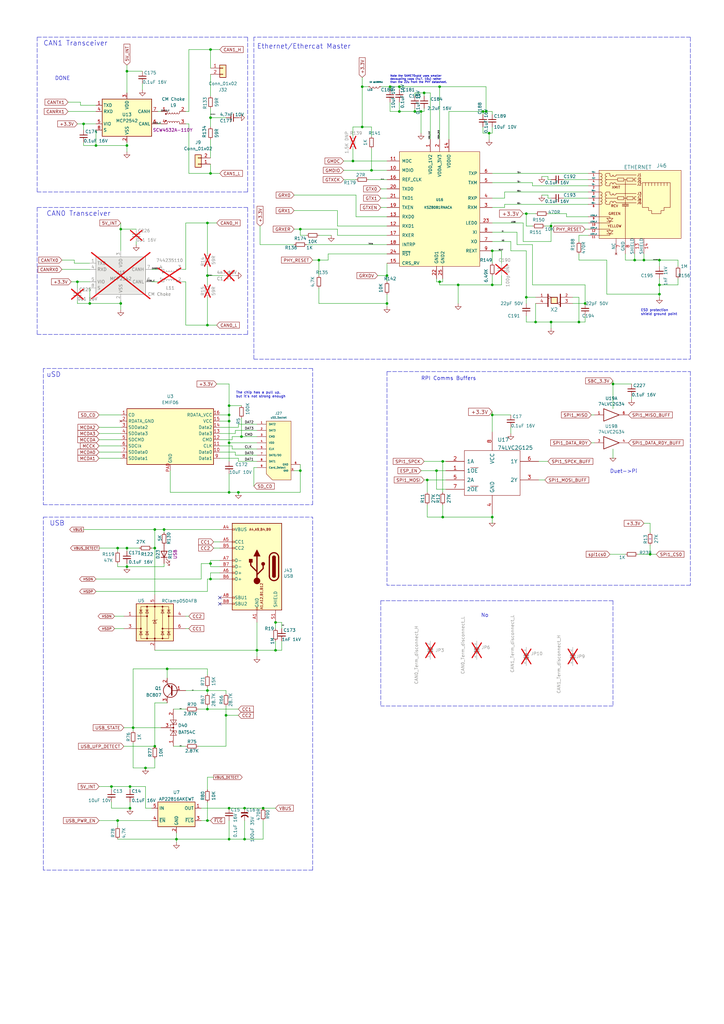
<source format=kicad_sch>
(kicad_sch (version 20250114) (generator "eeschema") (generator_version "9.0")
  (paper "A3" portrait)
  (title_block (title "Duet 3 Main Board 3DP") (date "2023-02-22") (rev "1.5") (company "3DPotter") (comment 1 "(c) 3DPotter"))
  (text "uSD" (at 19.05 154.94 0) (effects (font (size 2.0066 2.0066)) (justify left bottom)))
  (text "USB" (at 20.32 215.9 0) (effects (font (size 2.0066 2.0066)) (justify left bottom)))
  (text "DONE" (at 25.654 32.258 0) (effects (font (size 1.524 1.524))))
  (text "RPI Comms Buffers" (at 172.72 156.21 0) (effects (font (size 1.524 1.524)) (justify left bottom)))
  (text "The chip has a pull up,\nbut it's not strong enough" (at 96.774 163.322 0) (effects (font (size 1 1)) (justify left bottom)))
  (text "Duet->Pi" (at 250.19 194.31 0) (effects (font (size 1.524 1.524)) (justify left bottom)))
  (text "CAN1 Transceiver" (at 17.78 19.05 0) (effects (font (size 2.0066 2.0066)) (justify left bottom)))
  (text "No" (at 198.882 252.476 0) (effects (font (size 1.524 1.524))))
  (text "Ethernet/Ethercat Master" (at 105.41 20.32 0) (effects (font (size 2.0066 2.0066)) (justify left bottom)))
  (text "Note the SAME70xpld uses smaller\ndecoupling caps (4u7, 10u) rather\nthan the 22u from the PHY datasheet." (at 160.02 34.29 0) (effects (font (size 0.7874 0.7874)) (justify left bottom)))
  (text "CAN0 Transceiver" (at 19.05 88.9 0) (effects (font (size 2.0066 2.0066)) (justify left bottom)))
  (text "ESD protection\nshield ground point\n" (at 262.89 129.54 0) (effects (font (size 0.9906 0.9906)) (justify left bottom)))
  (junction (at 226.06 132.08))
  (junction (at 219.71 132.08))
  (junction (at 123.19 193.04))
  (junction (at 52.07 232.41))
  (junction (at 200.66 54.61))
  (junction (at 85.09 336.55))
  (junction (at 86.36 237.49))
  (junction (at 270.51 106.68))
  (junction (at 48.26 336.55))
  (junction (at 148.59 35.56))
  (junction (at 180.34 115.57))
  (junction (at 113.03 266.7))
  (junction (at 215.9 121.92))
  (junction (at 54.61 298.45))
  (junction (at 86.36 71.12))
  (junction (at 270.51 120.65))
  (junction (at 113.03 255.27))
  (junction (at 130.81 106.68))
  (junction (at 172.72 45.72))
  (junction (at 67.31 217.17))
  (junction (at 240.03 124.46))
  (junction (at 93.98 166.37))
  (junction (at 107.95 331.47))
  (junction (at 105.41 266.7))
  (junction (at 49.53 93.98))
  (junction (at 63.5 217.17))
  (junction (at 260.35 106.68))
  (junction (at 85.09 133.35))
  (junction (at 63.5 306.07))
  (junction (at 93.98 181.61))
  (junction (at 198.12 45.72))
  (junction (at 144.78 66.04))
  (junction (at 173.99 38.1))
  (junction (at 163.83 45.72))
  (junction (at 93.98 201.93))
  (junction (at 34.29 50.8))
  (junction (at 36.83 124.46))
  (junction (at 85.09 290.83))
  (junction (at 158.75 113.03))
  (junction (at 86.36 231.14))
  (junction (at 85.09 283.21))
  (junction (at 201.93 170.18))
  (junction (at 251.46 157.48))
  (junction (at 100.33 344.17))
  (junction (at 158.75 124.46))
  (junction (at 93.98 170.18))
  (junction (at 181.61 212.09))
  (junction (at 39.37 59.69))
  (junction (at 49.53 124.46))
  (junction (at 48.26 224.79))
  (junction (at 45.72 322.58))
  (junction (at 92.71 293.37))
  (junction (at 85.09 113.03))
  (junction (at 85.09 91.44))
  (junction (at 180.34 35.56))
  (junction (at 266.7 227.33))
  (junction (at 93.98 344.17))
  (junction (at 72.39 344.17))
  (junction (at 201.93 212.09))
  (junction (at 163.83 35.56))
  (junction (at 264.16 106.68))
  (junction (at 52.07 29.21))
  (junction (at 215.9 87.63))
  (junction (at 99.06 179.07))
  (junction (at 226.06 92.71))
  (junction (at 201.93 116.84))
  (junction (at 86.36 20.32))
  (junction (at 237.49 132.08))
  (junction (at 97.79 201.93))
  (junction (at 53.34 322.58))
  (junction (at 148.59 52.07))
  (junction (at 181.61 189.23))
  (junction (at 175.26 196.85))
  (junction (at 68.58 274.32))
  (junction (at 93.98 331.47))
  (junction (at 86.36 48.26))
  (junction (at 270.51 116.84))
  (junction (at 53.34 331.47))
  (junction (at 100.33 331.47))
  (junction (at 52.07 224.79))
  (junction (at 52.07 59.69))
  (junction (at 123.19 93.98))
  (junction (at 63.5 224.79))
  (junction (at 59.69 314.96))
  (junction (at 187.96 116.84))
  (junction (at 152.4 69.85))
  (junction (at 179.07 193.04))
  (junction (at 93.98 172.72))
  (junction (at 31.75 115.57))
  (junction (at 160.02 35.56))
  (junction (at 170.18 45.72))
  (junction (at 201.93 102.87))
  (junction (at 199.39 45.72))
  (no_connect (at 90.17 245.11))
  (no_connect (at 90.17 247.65))
  (wire (pts (xy 207.01 78.74) (xy 241.3 78.74)))
  (wire (pts (xy 201.93 102.87) (xy 201.93 107.95)))
  (wire (pts (xy 52.07 38.1) (xy 52.07 29.21)))
  (wire (pts (xy 64.77 45.72) (xy 66.04 45.72)))
  (wire (pts (xy 76.2 110.49) (xy 76.2 91.44)))
  (wire (pts (xy 48.26 336.55) (xy 62.23 336.55)))
  (wire (pts (xy 209.55 99.06) (xy 209.55 102.87)))
  (wire (pts (xy 97.79 189.23) (xy 97.79 187.96)))
  (wire (pts (xy 45.72 331.47) (xy 53.34 331.47)))
  (wire (pts (xy 138.43 86.36) (xy 138.43 92.71)))
  (wire (pts (xy 163.83 41.91) (xy 163.83 45.72)))
  (wire (pts (xy 218.44 100.33) (xy 212.09 100.33)))
  (wire (pts (xy 40.64 180.34) (xy 49.53 180.34)))
  (wire (pts (xy 93.98 201.93) (xy 97.79 201.93)))
  (wire (pts (xy 201.93 71.12) (xy 241.3 71.12)))
  (wire (pts (xy 46.99 252.73) (xy 50.8 252.73)))
  (wire (pts (xy 53.34 323.85) (xy 53.34 322.58)))
  (polyline (pts (xy 15.24 137.16) (xy 101.6 137.16)) (stroke (width 0) (type dash)))
  (wire (pts (xy 92.71 293.37) (xy 97.79 293.37)))
  (wire (pts (xy 232.41 88.9) (xy 241.3 88.9)))
  (wire (pts (xy 85.09 113.03) (xy 91.44 113.03)))
  (wire (pts (xy 160.02 35.56) (xy 163.83 35.56)))
  (wire (pts (xy 63.5 311.15) (xy 63.5 314.96)))
  (wire (pts (xy 40.64 177.8) (xy 49.53 177.8)))
  (wire (pts (xy 95.25 179.07) (xy 95.25 180.34)))
  (wire (pts (xy 237.49 106.68) (xy 237.49 104.14)))
  (wire (pts (xy 52.07 62.23) (xy 52.07 59.69)))
  (wire (pts (xy 172.72 193.04) (xy 179.07 193.04)))
  (wire (pts (xy 39.37 237.49) (xy 82.55 237.49)))
  (wire (pts (xy 52.07 59.69) (xy 52.07 58.42)))
  (wire (pts (xy 256.54 106.68) (xy 260.35 106.68)))
  (wire (pts (xy 86.36 20.32) (xy 90.17 20.32)))
  (wire (pts (xy 152.4 69.85) (xy 158.75 69.85)))
  (wire (pts (xy 207.01 81.28) (xy 201.93 81.28)))
  (wire (pts (xy 115.57 257.81) (xy 115.57 255.27)))
  (wire (pts (xy 251.46 157.48) (xy 251.46 156.21)))
  (wire (pts (xy 201.93 46.99) (xy 201.93 45.72)))
  (wire (pts (xy 251.46 167.64) (xy 251.46 157.48)))
  (polyline (pts (xy 158.75 152.4) (xy 158.75 240.03)) (stroke (width 0) (type dash)))
  (wire (pts (xy 260.35 106.68) (xy 260.35 104.14)))
  (wire (pts (xy 123.19 93.98) (xy 123.19 96.52)))
  (wire (pts (xy 226.06 134.62) (xy 226.06 132.08)))
  (polyline (pts (xy 17.78 151.13) (xy 17.78 207.01)) (stroke (width 0) (type dash)))
  (wire (pts (xy 224.79 73.66) (xy 226.06 73.66)))
  (wire (pts (xy 205.74 102.87) (xy 205.74 107.95)))
  (wire (pts (xy 138.43 93.98) (xy 138.43 96.52)))
  (wire (pts (xy 144.78 66.04) (xy 158.75 66.04)))
  (wire (pts (xy 82.55 237.49) (xy 82.55 231.14)))
  (wire (pts (xy 67.31 231.14) (xy 67.31 232.41)))
  (wire (pts (xy 93.98 181.61) (xy 105.41 181.61)))
  (wire (pts (xy 96.52 177.8) (xy 96.52 176.53)))
  (wire (pts (xy 76.2 252.73) (xy 77.47 252.73)))
  (wire (pts (xy 55.88 100.33) (xy 55.88 99.06)))
  (wire (pts (xy 31.75 124.46) (xy 36.83 124.46)))
  (wire (pts (xy 270.51 106.68) (xy 278.13 106.68)))
  (wire (pts (xy 205.74 113.03) (xy 205.74 116.84)))
  (polyline (pts (xy 17.78 207.01) (xy 128.27 207.01)) (stroke (width 0) (type dash)))
  (wire (pts (xy 215.9 129.54) (xy 215.9 132.08)))
  (wire (pts (xy 181.61 115.57) (xy 181.61 114.3)))
  (wire (pts (xy 107.95 331.47) (xy 113.03 331.47)))
  (wire (pts (xy 86.36 67.31) (xy 86.36 71.12)))
  (wire (pts (xy 76.2 257.81) (xy 77.47 257.81)))
  (wire (pts (xy 39.37 50.8) (xy 34.29 50.8)))
  (wire (pts (xy 96.52 176.53) (xy 105.41 176.53)))
  (wire (pts (xy 146.05 88.9) (xy 146.05 80.01)))
  (wire (pts (xy 175.26 196.85) (xy 182.88 196.85)))
  (wire (pts (xy 59.69 331.47) (xy 59.69 322.58)))
  (wire (pts (xy 86.36 231.14) (xy 86.36 232.41)))
  (polyline (pts (xy 101.6 78.74) (xy 101.6 15.24)) (stroke (width 0) (type dash)))
  (wire (pts (xy 36.83 107.95) (xy 30.48 107.95)))
  (wire (pts (xy 128.27 106.68) (xy 130.81 106.68)))
  (wire (pts (xy 180.34 115.57) (xy 181.61 115.57)))
  (wire (pts (xy 120.65 86.36) (xy 138.43 86.36)))
  (wire (pts (xy 232.41 87.63) (xy 232.41 88.9)))
  (wire (pts (xy 175.26 207.01) (xy 175.26 212.09)))
  (wire (pts (xy 86.36 48.26) (xy 86.36 52.07)))
  (wire (pts (xy 45.72 323.85) (xy 45.72 322.58)))
  (wire (pts (xy 52.07 29.21) (xy 52.07 26.67)))
  (wire (pts (xy 266.7 214.63) (xy 266.7 218.44)))
  (wire (pts (xy 67.31 232.41) (xy 52.07 232.41)))
  (wire (pts (xy 120.65 80.01) (xy 146.05 80.01)))
  (wire (pts (xy 198.12 52.07) (xy 198.12 54.61)))
  (wire (pts (xy 31.75 123.19) (xy 31.75 124.46)))
  (wire (pts (xy 158.75 125.73) (xy 158.75 124.46)))
  (wire (pts (xy 144.78 52.07) (xy 148.59 52.07)))
  (wire (pts (xy 90.17 185.42) (xy 96.52 185.42)))
  (wire (pts (xy 209.55 102.87) (xy 215.9 102.87)))
  (wire (pts (xy 218.44 76.2) (xy 218.44 74.93)))
  (wire (pts (xy 90.17 217.17) (xy 67.31 217.17)))
  (wire (pts (xy 36.83 118.11) (xy 36.83 124.46)))
  (wire (pts (xy 86.36 48.26) (xy 92.71 48.26)))
  (wire (pts (xy 187.96 116.84) (xy 201.93 116.84)))
  (wire (pts (xy 248.92 106.68) (xy 248.92 120.65)))
  (wire (pts (xy 215.9 87.63) (xy 219.71 87.63)))
  (wire (pts (xy 106.68 100.33) (xy 120.65 100.33)))
  (wire (pts (xy 214.63 99.06) (xy 214.63 91.44)))
  (wire (pts (xy 93.98 172.72) (xy 93.98 181.61)))
  (wire (pts (xy 120.65 193.04) (xy 123.19 193.04)))
  (wire (pts (xy 215.9 124.46) (xy 215.9 121.92)))
  (wire (pts (xy 148.59 35.56) (xy 151.13 35.56)))
  (wire (pts (xy 85.09 91.44) (xy 88.9 91.44)))
  (wire (pts (xy 172.72 45.72) (xy 170.18 45.72)))
  (wire (pts (xy 63.5 306.07) (xy 50.8 306.07)))
  (wire (pts (xy 54.61 298.45) (xy 66.04 298.45)))
  (wire (pts (xy 93.98 194.31) (xy 93.98 201.93)))
  (wire (pts (xy 130.81 124.46) (xy 158.75 124.46)))
  (wire (pts (xy 201.93 113.03) (xy 201.93 116.84)))
  (wire (pts (xy 172.72 45.72) (xy 172.72 54.61)))
  (wire (pts (xy 85.09 274.32) (xy 68.58 274.32)))
  (wire (pts (xy 45.72 328.93) (xy 45.72 331.47)))
  (wire (pts (xy 259.08 163.83) (xy 259.08 162.56)))
  (wire (pts (xy 85.09 283.21) (xy 85.09 284.48)))
  (wire (pts (xy 123.19 93.98) (xy 138.43 93.98)))
  (wire (pts (xy 180.34 35.56) (xy 180.34 57.15)))
  (wire (pts (xy 182.88 200.66) (xy 179.07 200.66)))
  (wire (pts (xy 62.23 115.57) (xy 64.77 115.57)))
  (wire (pts (xy 148.59 35.56) (xy 148.59 31.75)))
  (wire (pts (xy 85.09 121.92) (xy 85.09 133.35)))
  (wire (pts (xy 53.34 322.58) (xy 45.72 322.58)))
  (wire (pts (xy 234.95 124.46) (xy 240.03 124.46)))
  (wire (pts (xy 130.81 106.68) (xy 134.62 106.68)))
  (wire (pts (xy 140.97 66.04) (xy 144.78 66.04)))
  (wire (pts (xy 237.49 99.06) (xy 237.49 96.52)))
  (wire (pts (xy 113.03 266.7) (xy 115.57 266.7)))
  (wire (pts (xy 85.09 336.55) (xy 86.36 336.55)))
  (wire (pts (xy 86.36 57.15) (xy 86.36 64.77)))
  (wire (pts (xy 45.72 322.58) (xy 40.64 322.58)))
  (wire (pts (xy 260.35 106.68) (xy 264.16 106.68)))
  (wire (pts (xy 224.79 87.63) (xy 232.41 87.63)))
  (wire (pts (xy 201.93 116.84) (xy 205.74 116.84)))
  (wire (pts (xy 52.07 224.79) (xy 57.15 224.79)))
  (wire (pts (xy 231.14 73.66) (xy 241.3 73.66)))
  (wire (pts (xy 200.66 54.61) (xy 200.66 57.15)))
  (wire (pts (xy 85.09 318.77) (xy 85.09 323.85)))
  (wire (pts (xy 87.63 318.77) (xy 85.09 318.77)))
  (wire (pts (xy 138.43 92.71) (xy 158.75 92.71)))
  (wire (pts (xy 201.93 170.18) (xy 201.93 177.165)))
  (wire (pts (xy 76.2 133.35) (xy 85.09 133.35)))
  (wire (pts (xy 173.99 38.1) (xy 170.18 38.1)))
  (wire (pts (xy 215.9 92.71) (xy 218.44 92.71)))
  (wire (pts (xy 201.93 85.09) (xy 207.01 85.09)))
  (wire (pts (xy 55.88 93.98) (xy 49.53 93.98)))
  (wire (pts (xy 40.64 182.88) (xy 49.53 182.88)))
  (wire (pts (xy 125.73 100.33) (xy 158.75 100.33)))
  (wire (pts (xy 270.51 120.65) (xy 270.51 121.92)))
  (wire (pts (xy 212.09 100.33) (xy 212.09 95.25)))
  (wire (pts (xy 86.36 20.32) (xy 86.36 27.94)))
  (wire (pts (xy 93.98 201.93) (xy 69.85 201.93)))
  (wire (pts (xy 148.59 52.07) (xy 148.59 35.56)))
  (wire (pts (xy 181.61 189.23) (xy 182.88 189.23)))
  (wire (pts (xy 106.68 92.71) (xy 106.68 100.33)))
  (wire (pts (xy 40.64 336.55) (xy 48.26 336.55)))
  (wire (pts (xy 201.93 45.72) (xy 199.39 45.72)))
  (wire (pts (xy 224.79 72.39) (xy 224.79 73.66)))
  (polyline (pts (xy 251.46 246.38) (xy 156.21 246.38)) (stroke (width 0) (type dash)))
  (wire (pts (xy 264.16 106.68) (xy 270.51 106.68)))
  (wire (pts (xy 86.36 44.45) (xy 86.36 48.26)))
  (wire (pts (xy 95.25 184.15) (xy 105.41 184.15)))
  (wire (pts (xy 86.36 234.95) (xy 86.36 237.49)))
  (wire (pts (xy 93.98 166.37) (xy 99.06 166.37)))
  (wire (pts (xy 86.36 229.87) (xy 90.17 229.87)))
  (wire (pts (xy 248.92 120.65) (xy 270.51 120.65)))
  (wire (pts (xy 33.02 41.91) (xy 27.94 41.91)))
  (wire (pts (xy 72.39 344.17) (xy 72.39 345.44)))
  (wire (pts (xy 48.26 226.06) (xy 48.26 224.79)))
  (wire (pts (xy 86.36 234.95) (xy 90.17 234.95)))
  (wire (pts (xy 52.07 226.06) (xy 52.07 224.79)))
  (wire (pts (xy 96.52 186.69) (xy 96.52 185.42)))
  (polyline (pts (xy 156.21 246.38) (xy 156.21 289.56)) (stroke (width 0) (type dash)))
  (wire (pts (xy 105.41 266.7) (xy 105.41 269.24)))
  (wire (pts (xy 199.39 45.72) (xy 198.12 45.72)))
  (wire (pts (xy 86.36 232.41) (xy 90.17 232.41)))
  (wire (pts (xy 219.71 124.46) (xy 219.71 132.08)))
  (wire (pts (xy 90.17 187.96) (xy 97.79 187.96)))
  (wire (pts (xy 270.51 116.84) (xy 278.13 116.84)))
  (wire (pts (xy 34.29 58.42) (xy 34.29 59.69)))
  (wire (pts (xy 264.16 214.63) (xy 266.7 214.63)))
  (wire (pts (xy 85.09 113.03) (xy 85.09 116.84)))
  (wire (pts (xy 209.55 177.8) (xy 209.55 175.26)))
  (wire (pts (xy 181.61 207.01) (xy 181.61 212.09)))
  (wire (pts (xy 218.44 116.84) (xy 240.03 116.84)))
  (wire (pts (xy 48.26 232.41) (xy 48.26 231.14)))
  (wire (pts (xy 90.17 177.8) (xy 96.52 177.8)))
  (wire (pts (xy 34.29 53.34) (xy 34.29 50.8)))
  (wire (pts (xy 270.51 116.84) (xy 270.51 120.65)))
  (wire (pts (xy 173.99 189.23) (xy 181.61 189.23)))
  (wire (pts (xy 173.99 38.1) (xy 173.99 39.37)))
  (wire (pts (xy 76.2 91.44) (xy 85.09 91.44)))
  (wire (pts (xy 173.99 45.72) (xy 172.72 45.72)))
  (wire (pts (xy 251.46 184.15) (xy 251.46 187.96)))
  (wire (pts (xy 100.33 336.55) (xy 100.33 344.17)))
  (wire (pts (xy 90.17 172.72) (xy 93.98 172.72)))
  (wire (pts (xy 86.36 71.12) (xy 90.17 71.12)))
  (wire (pts (xy 54.61 304.8) (xy 54.61 314.96)))
  (wire (pts (xy 62.23 110.49) (xy 64.77 110.49)))
  (wire (pts (xy 76.2 45.72) (xy 77.47 45.72)))
  (polyline (pts (xy 101.6 15.24) (xy 15.24 15.24)) (stroke (width 0) (type dash)))
  (wire (pts (xy 170.18 38.1) (xy 170.18 39.37)))
  (polyline (pts (xy 17.78 212.09) (xy 128.27 212.09)) (stroke (width 0) (type dash)))
  (wire (pts (xy 207.01 83.82) (xy 241.3 83.82)))
  (wire (pts (xy 223.52 92.71) (xy 226.06 92.71)))
  (wire (pts (xy 104.14 191.77) (xy 105.41 191.77)))
  (wire (pts (xy 176.53 57.15) (xy 176.53 38.1)))
  (wire (pts (xy 201.93 210.82) (xy 201.93 212.09)))
  (wire (pts (xy 187.96 124.46) (xy 187.96 116.84)))
  (wire (pts (xy 48.26 336.55) (xy 48.26 339.09)))
  (wire (pts (xy 179.07 200.66) (xy 179.07 193.04)))
  (wire (pts (xy 85.09 276.86) (xy 85.09 274.32)))
  (wire (pts (xy 214.63 99.06) (xy 226.06 99.06)))
  (wire (pts (xy 152.4 69.85) (xy 140.97 69.85)))
  (wire (pts (xy 90.17 180.34) (xy 95.25 180.34)))
  (wire (pts (xy 74.93 110.49) (xy 76.2 110.49)))
  (wire (pts (xy 179.07 115.57) (xy 180.34 115.57)))
  (wire (pts (xy 95.25 184.15) (xy 95.25 182.88)))
  (wire (pts (xy 264.16 106.68) (xy 264.16 104.14)))
  (wire (pts (xy 226.06 92.71) (xy 226.06 99.06)))
  (wire (pts (xy 85.09 290.83) (xy 97.79 290.83)))
  (polyline (pts (xy 283.21 15.24) (xy 104.14 15.24)) (stroke (width 0) (type dash)))
  (wire (pts (xy 86.36 30.48) (xy 86.36 39.37)))
  (wire (pts (xy 90.17 170.18) (xy 93.98 170.18)))
  (wire (pts (xy 220.98 196.85) (xy 223.52 196.85)))
  (wire (pts (xy 222.25 80.01) (xy 224.79 80.01)))
  (wire (pts (xy 256.54 104.14) (xy 256.54 106.68)))
  (wire (pts (xy 173.99 44.45) (xy 173.99 45.72)))
  (wire (pts (xy 48.26 344.17) (xy 72.39 344.17)))
  (wire (pts (xy 226.06 91.44) (xy 241.3 91.44)))
  (wire (pts (xy 97.79 201.93) (xy 97.79 203.2)))
  (wire (pts (xy 77.47 71.12) (xy 86.36 71.12)))
  (wire (pts (xy 215.9 132.08) (xy 219.71 132.08)))
  (wire (pts (xy 158.75 120.65) (xy 158.75 124.46)))
  (wire (pts (xy 105.41 266.7) (xy 113.03 266.7)))
  (wire (pts (xy 58.42 29.21) (xy 52.07 29.21)))
  (wire (pts (xy 64.77 50.8) (xy 66.04 50.8)))
  (wire (pts (xy 266.7 223.52) (xy 266.7 227.33)))
  (wire (pts (xy 46.99 257.81) (xy 50.8 257.81)))
  (wire (pts (xy 266.7 227.33) (xy 269.24 227.33)))
  (wire (pts (xy 163.83 45.72) (xy 170.18 45.72)))
  (wire (pts (xy 67.31 217.17) (xy 63.5 217.17)))
  (wire (pts (xy 240.03 124.46) (xy 240.03 116.84)))
  (wire (pts (xy 175.26 212.09) (xy 181.61 212.09)))
  (wire (pts (xy 93.98 170.18) (xy 93.98 172.72)))
  (wire (pts (xy 76.2 115.57) (xy 76.2 133.35)))
  (wire (pts (xy 184.15 57.15) (xy 184.15 45.72)))
  (wire (pts (xy 85.09 290.83) (xy 85.09 289.56)))
  (wire (pts (xy 62.23 331.47) (xy 59.69 331.47)))
  (wire (pts (xy 215.9 102.87) (xy 215.9 121.92)))
  (wire (pts (xy 179.07 193.04) (xy 182.88 193.04)))
  (wire (pts (xy 31.75 118.11) (xy 31.75 115.57)))
  (wire (pts (xy 219.71 132.08) (xy 226.06 132.08)))
  (wire (pts (xy 25.4 110.49) (xy 36.83 110.49)))
  (wire (pts (xy 49.53 127) (xy 49.53 124.46)))
  (wire (pts (xy 201.93 54.61) (xy 201.93 52.07)))
  (wire (pts (xy 40.64 224.79) (xy 48.26 224.79)))
  (wire (pts (xy 48.26 224.79) (xy 52.07 224.79)))
  (wire (pts (xy 184.15 45.72) (xy 198.12 45.72)))
  (wire (pts (xy 201.93 102.87) (xy 205.74 102.87)))
  (wire (pts (xy 82.55 331.47) (xy 93.98 331.47)))
  (wire (pts (xy 134.62 104.14) (xy 158.75 104.14)))
  (polyline (pts (xy 104.14 147.32) (xy 283.21 147.32)) (stroke (width 0) (type dash)))
  (wire (pts (xy 123.19 96.52) (xy 125.73 96.52)))
  (wire (pts (xy 77.47 20.32) (xy 86.36 20.32)))
  (wire (pts (xy 87.63 222.25) (xy 90.17 222.25)))
  (wire (pts (xy 278.13 116.84) (xy 278.13 114.3)))
  (wire (pts (xy 113.03 255.27) (xy 115.57 255.27)))
  (wire (pts (xy 226.06 132.08) (xy 237.49 132.08)))
  (wire (pts (xy 259.08 157.48) (xy 251.46 157.48)))
  (wire (pts (xy 100.33 331.47) (xy 93.98 331.47)))
  (wire (pts (xy 152.4 52.07) (xy 148.59 52.07)))
  (wire (pts (xy 207.01 85.09) (xy 207.01 83.82)))
  (wire (pts (xy 40.64 175.26) (xy 49.53 175.26)))
  (wire (pts (xy 86.36 237.49) (xy 85.09 237.49)))
  (wire (pts (xy 222.25 72.39) (xy 224.79 72.39)))
  (polyline (pts (xy 251.46 246.38) (xy 251.46 289.56)) (stroke (width 0) (type dash)))
  (wire (pts (xy 107.95 344.17) (xy 100.33 344.17)))
  (wire (pts (xy 90.17 175.26) (xy 97.79 175.26)))
  (wire (pts (xy 158.75 113.03) (xy 158.75 107.95)))
  (wire (pts (xy 81.28 306.07) (xy 92.71 306.07)))
  (wire (pts (xy 180.34 116.84) (xy 187.96 116.84)))
  (wire (pts (xy 226.06 91.44) (xy 226.06 92.71)))
  (polyline (pts (xy 17.78 356.87) (xy 17.78 212.09)) (stroke (width 0) (type dash)))
  (wire (pts (xy 163.83 35.56) (xy 180.34 35.56)))
  (wire (pts (xy 63.5 266.7) (xy 105.41 266.7)))
  (wire (pts (xy 63.5 224.79) (xy 63.5 243.84)))
  (wire (pts (xy 107.95 331.47) (xy 100.33 331.47)))
  (wire (pts (xy 39.37 59.69) (xy 52.07 59.69)))
  (wire (pts (xy 146.05 88.9) (xy 158.75 88.9)))
  (wire (pts (xy 198.12 54.61) (xy 200.66 54.61)))
  (wire (pts (xy 88.9 157.48) (xy 93.98 157.48)))
  (polyline (pts (xy 128.27 356.87) (xy 128.27 212.09)) (stroke (width 0) (type dash)))
  (polyline (pts (xy 283.21 147.32) (xy 283.21 15.24)) (stroke (width 0) (type dash)))
  (wire (pts (xy 58.42 36.83) (xy 58.42 34.29)))
  (wire (pts (xy 93.98 157.48) (xy 93.98 166.37)))
  (wire (pts (xy 240.03 129.54) (xy 240.03 132.08)))
  (wire (pts (xy 160.02 45.72) (xy 163.83 45.72)))
  (wire (pts (xy 237.49 106.68) (xy 248.92 106.68)))
  (wire (pts (xy 34.29 50.8) (xy 31.75 50.8)))
  (wire (pts (xy 179.07 114.3) (xy 179.07 115.57)))
  (wire (pts (xy 54.61 274.32) (xy 54.61 298.45)))
  (wire (pts (xy 85.09 328.93) (xy 85.09 336.55)))
  (polyline (pts (xy 158.75 152.4) (xy 283.21 152.4)) (stroke (width 0) (type dash)))
  (wire (pts (xy 215.9 92.71) (xy 215.9 87.63)))
  (wire (pts (xy 158.75 115.57) (xy 158.75 113.03)))
  (wire (pts (xy 95.25 182.88) (xy 90.17 182.88)))
  (wire (pts (xy 36.83 115.57) (xy 31.75 115.57)))
  (wire (pts (xy 30.48 106.68) (xy 25.4 106.68)))
  (wire (pts (xy 34.29 59.69) (xy 39.37 59.69)))
  (wire (pts (xy 138.43 96.52) (xy 158.75 96.52)))
  (wire (pts (xy 237.49 121.92) (xy 237.49 132.08)))
  (polyline (pts (xy 15.24 15.24) (xy 15.24 78.74)) (stroke (width 0) (type dash)))
  (wire (pts (xy 180.34 115.57) (xy 180.34 116.84)))
  (wire (pts (xy 82.55 336.55) (xy 85.09 336.55)))
  (wire (pts (xy 160.02 41.91) (xy 160.02 45.72)))
  (wire (pts (xy 67.31 217.17) (xy 67.31 218.44)))
  (wire (pts (xy 242.57 181.61) (xy 243.84 181.61)))
  (wire (pts (xy 115.57 266.7) (xy 115.57 262.89)))
  (wire (pts (xy 93.98 181.61) (xy 93.98 189.23)))
  (wire (pts (xy 77.47 50.8) (xy 77.47 71.12)))
  (wire (pts (xy 270.51 114.3) (xy 270.51 116.84)))
  (wire (pts (xy 100.33 344.17) (xy 93.98 344.17)))
  (wire (pts (xy 77.47 45.72) (xy 77.47 20.32)))
  (wire (pts (xy 113.03 257.81) (xy 113.03 255.27)))
  (wire (pts (xy 201.93 99.06) (xy 209.55 99.06)))
  (wire (pts (xy 33.02 43.18) (xy 33.02 41.91)))
  (wire (pts (xy 63.5 217.17) (xy 63.5 224.79)))
  (wire (pts (xy 99.06 171.45) (xy 99.06 179.07)))
  (wire (pts (xy 105.41 255.27) (xy 105.41 266.7)))
  (wire (pts (xy 69.85 201.93) (xy 69.85 193.04)))
  (polyline (pts (xy 101.6 137.16) (xy 101.6 85.09)) (stroke (width 0) (type dash)))
  (polyline (pts (xy 104.14 15.24) (xy 104.14 147.32)) (stroke (width 0) (type dash)))
  (wire (pts (xy 95.25 179.07) (xy 99.06 179.07)))
  (wire (pts (xy 40.64 170.18) (xy 49.53 170.18)))
  (wire (pts (xy 82.55 231.14) (xy 86.36 231.14)))
  (wire (pts (xy 134.62 104.14) (xy 134.62 106.68)))
  (wire (pts (xy 97.79 173.99) (xy 105.41 173.99)))
  (wire (pts (xy 113.03 262.89) (xy 113.03 266.7)))
  (wire (pts (xy 181.61 189.23) (xy 181.61 201.93)))
  (wire (pts (xy 163.83 35.56) (xy 163.83 36.83)))
  (wire (pts (xy 130.81 106.68) (xy 130.81 113.03)))
  (wire (pts (xy 49.53 102.87) (xy 49.53 93.98)))
  (wire (pts (xy 144.78 60.96) (xy 144.78 66.04)))
  (wire (pts (xy 231.14 81.28) (xy 241.3 81.28)))
  (wire (pts (xy 39.37 43.18) (xy 33.02 43.18)))
  (polyline (pts (xy 15.24 78.74) (xy 101.6 78.74)) (stroke (width 0) (type dash)))
  (wire (pts (xy 123.19 193.04) (xy 123.19 190.5)))
  (wire (pts (xy 200.66 54.61) (xy 201.93 54.61)))
  (wire (pts (xy 97.79 201.93) (xy 123.19 201.93)))
  (wire (pts (xy 104.14 199.39) (xy 104.14 191.77)))
  (wire (pts (xy 181.61 212.09) (xy 201.93 212.09)))
  (wire (pts (xy 176.53 38.1) (xy 173.99 38.1)))
  (wire (pts (xy 93.98 344.17) (xy 72.39 344.17)))
  (wire (pts (xy 278.13 109.22) (xy 278.13 106.68)))
  (wire (pts (xy 85.09 133.35) (xy 88.9 133.35)))
  (wire (pts (xy 207.01 78.74) (xy 207.01 81.28)))
  (wire (pts (xy 40.64 187.96) (xy 49.53 187.96)))
  (wire (pts (xy 201.93 168.91) (xy 201.93 170.18)))
  (wire (pts (xy 156.21 35.56) (xy 160.02 35.56)))
  (wire (pts (xy 63.5 314.96) (xy 59.69 314.96)))
  (wire (pts (xy 152.4 60.96) (xy 152.4 69.85)))
  (wire (pts (xy 158.75 85.09) (xy 156.21 85.09)))
  (wire (pts (xy 240.03 93.98) (xy 241.3 93.98)))
  (wire (pts (xy 209.55 170.18) (xy 201.93 170.18)))
  (wire (pts (xy 92.71 289.56) (xy 92.71 293.37)))
  (polyline (pts (xy 128.27 356.87) (xy 17.78 356.87)) (stroke (width 0) (type dash)))
  (wire (pts (xy 76.2 50.8) (xy 77.47 50.8)))
  (wire (pts (xy 62.23 224.79) (xy 63.5 224.79)))
  (wire (pts (xy 63.5 288.29) (xy 63.5 306.07)))
  (wire (pts (xy 40.64 185.42) (xy 49.53 185.42)))
  (wire (pts (xy 144.78 52.07) (xy 144.78 55.88)))
  (wire (pts (xy 53.34 328.93) (xy 53.34 331.47)))
  (polyline (pts (xy 128.27 151.13) (xy 17.78 151.13)) (stroke (width 0) (type dash)))
  (wire (pts (xy 72.39 341.63) (xy 72.39 344.17)))
  (wire (pts (xy 97.79 175.26) (xy 97.79 173.99)))
  (wire (pts (xy 224.79 80.01) (xy 224.79 81.28)))
  (wire (pts (xy 140.97 73.66) (xy 146.05 73.66)))
  (wire (pts (xy 212.09 95.25) (xy 201.93 95.25)))
  (wire (pts (xy 152.4 52.07) (xy 152.4 55.88)))
  (wire (pts (xy 31.75 115.57) (xy 29.21 115.57)))
  (wire (pts (xy 120.65 93.98) (xy 123.19 93.98)))
  (wire (pts (xy 214.63 91.44) (xy 201.93 91.44)))
  (wire (pts (xy 93.98 166.37) (xy 93.98 170.18)))
  (wire (pts (xy 234.95 121.92) (xy 237.49 121.92)))
  (wire (pts (xy 81.28 290.83) (xy 85.09 290.83)))
  (wire (pts (xy 76.2 283.21) (xy 85.09 283.21)))
  (wire (pts (xy 74.93 115.57) (xy 76.2 115.57)))
  (polyline (pts (xy 15.24 85.09) (xy 15.24 137.16)) (stroke (width 0) (type dash)))
  (wire (pts (xy 201.93 212.09) (xy 201.93 214.63)))
  (wire (pts (xy 130.81 118.11) (xy 130.81 124.46)))
  (wire (pts (xy 242.57 170.18) (xy 243.84 170.18)))
  (wire (pts (xy 76.2 290.83) (xy 71.12 290.83)))
  (wire (pts (xy 158.75 77.47) (xy 156.21 77.47)))
  (wire (pts (xy 87.63 224.79) (xy 90.17 224.79)))
  (wire (pts (xy 160.02 36.83) (xy 160.02 35.56)))
  (wire (pts (xy 175.26 196.85) (xy 175.26 201.93)))
  (wire (pts (xy 199.39 35.56) (xy 199.39 45.72)))
  (polyline (pts (xy 251.46 289.56) (xy 156.21 289.56)) (stroke (width 0) (type dash)))
  (polyline (pts (xy 101.6 85.09) (xy 15.24 85.09)) (stroke (width 0) (type dash)))
  (wire (pts (xy 36.83 124.46) (xy 49.53 124.46)))
  (wire (pts (xy 27.94 45.72) (xy 39.37 45.72)))
  (wire (pts (xy 158.75 81.28) (xy 156.21 81.28)))
  (wire (pts (xy 54.61 314.96) (xy 59.69 314.96)))
  (polyline (pts (xy 128.27 207.01) (xy 128.27 151.13)) (stroke (width 0) (type dash)))
  (wire (pts (xy 214.63 87.63) (xy 215.9 87.63)))
  (wire (pts (xy 224.79 81.28) (xy 226.06 81.28)))
  (wire (pts (xy 270.51 106.68) (xy 270.51 109.22)))
  (wire (pts (xy 96.52 186.69) (xy 105.41 186.69)))
  (wire (pts (xy 237.49 132.08) (xy 240.03 132.08)))
  (wire (pts (xy 151.13 73.66) (xy 158.75 73.66)))
  (wire (pts (xy 68.58 274.32) (xy 54.61 274.32)))
  (wire (pts (xy 92.71 284.48) (xy 92.71 283.21)))
  (wire (pts (xy 154.94 113.03) (xy 158.75 113.03)))
  (wire (pts (xy 92.71 283.21) (xy 85.09 283.21)))
  (wire (pts (xy 68.58 274.32) (xy 68.58 278.13)))
  (wire (pts (xy 92.71 306.07) (xy 92.71 293.37)))
  (wire (pts (xy 59.69 322.58) (xy 53.34 322.58)))
  (polyline (pts (xy 283.21 152.4) (xy 283.21 240.03)) (stroke (width 0) (type dash)))
  (wire (pts (xy 215.9 121.92) (xy 219.71 121.92)))
  (wire (pts (xy 54.61 298.45) (xy 50.8 298.45)))
  (wire (pts (xy 180.34 35.56) (xy 199.39 35.56)))
  (wire (pts (xy 68.58 288.29) (xy 63.5 288.29)))
  (wire (pts (xy 250.19 227.33) (xy 256.54 227.33)))
  (wire (pts (xy 198.12 45.72) (xy 198.12 46.99)))
  (wire (pts (xy 52.07 232.41) (xy 48.26 232.41)))
  (wire (pts (xy 170.18 45.72) (xy 170.18 44.45)))
  (polyline (pts (xy 283.21 240.03) (xy 158.75 240.03)) (stroke (width 0) (type dash)))
  (wire (pts (xy 173.99 196.85) (xy 175.26 196.85)))
  (wire (pts (xy 93.98 336.55) (xy 93.98 344.17)))
  (wire (pts (xy 85.09 91.44) (xy 85.09 104.14)))
  (wire (pts (xy 97.79 189.23) (xy 105.41 189.23)))
  (wire (pts (xy 220.98 189.23) (xy 224.79 189.23)))
  (wire (pts (xy 261.62 227.33) (xy 266.7 227.33)))
  (wire (pts (xy 218.44 74.93) (xy 201.93 74.93)))
  (wire (pts (xy 85.09 109.22) (xy 85.09 113.03)))
  (wire (pts (xy 86.36 237.49) (xy 90.17 237.49)))
  (wire (pts (xy 49.53 93.98) (xy 49.53 91.44)))
  (wire (pts (xy 39.37 53.34) (xy 39.37 59.69)))
  (wire (pts (xy 237.49 96.52) (xy 241.3 96.52)))
  (wire (pts (xy 30.48 107.95) (xy 30.48 106.68)))
  (wire (pts (xy 130.81 96.52) (xy 135.89 96.52)))
  (wire (pts (xy 54.61 299.72) (xy 54.61 298.45)))
  (wire (pts (xy 52.07 231.14) (xy 52.07 232.41)))
  (wire (pts (xy 85.09 283.21) (xy 85.09 281.94)))
  (wire (pts (xy 123.19 201.93) (xy 123.19 193.04)))
  (wire (pts (xy 39.37 242.57) (xy 85.09 242.57)))
  (wire (pts (xy 99.06 179.07) (xy 105.41 179.07)))
  (wire (pts (xy 85.09 237.49) (xy 85.09 242.57)))
  (wire (pts (xy 76.2 306.07) (xy 71.12 306.07)))
  (wire (pts (xy 218.44 100.33) (xy 218.44 116.84)))
  (wire (pts (xy 241.3 76.2) (xy 218.44 76.2)))
  (wire (pts (xy 86.36 229.87) (xy 86.36 231.14)))
  (wire (pts (xy 49.53 124.46) (xy 49.53 123.19)))
  (wire (pts (xy 34.29 217.17) (xy 63.5 217.17)))
  (wire (pts (xy 107.95 336.55) (xy 107.95 344.17)))
  (label "TD+" (at 212.09 71.12 0) (effects (font (size 0.508 0.508))))
  (label "intrp" (at 151.13 100.33 0) (effects (font (size 0.508 0.508))))
  (label "CLK" (at 100.33 184.15 0) (effects (font (size 1 1))))
  (label "RD+" (at 212.09 78.74 0) (effects (font (size 0.508 0.508))))
  (label "DAT2" (at 100.33 173.99 0) (effects (font (size 1 1))))
  (label "q1b" (at 78.74 283.21 0) (effects (font (size 0.2032 0.2032))))
  (label "LED0" (at 209.55 91.44 0) (effects (font (size 0.508 0.508))))
  (label "DAT0" (at 100.33 186.69 0) (effects (font (size 1 1))))
  (label "REXT" (at 204.47 102.87 0) (effects (font (size 0.508 0.508))))
  (label "CAN0H_C" (at 62.23 110.49 0) (effects (font (size 0.508 0.508))))
  (label "cc1d" (at 73.66 290.83 0) (effects (font (size 0.2032 0.2032))))
  (label "CMD" (at 100.33 179.07 0) (effects (font (size 1 1))))
  (label "DAT1" (at 100.33 189.23 0) (effects (font (size 1 1))))
  (label "XO" (at 205.74 99.06 0) (effects (font (size 0.508 0.508))))
  (label "VDDA_3V3" (at 180.34 57.15 90) (effects (font (size 0.508 0.508))))
  (label "usbce" (at 115.57 256.54 0) (effects (font (size 0.2032 0.2032))))
  (label "SHIELD_GND" (at 267.97 106.68 0) (effects (font (size 0.2032 0.2032))))
  (label "can0_term_c" (at 85.09 113.03 0) (effects (font (size 0.2032 0.2032))))
  (label "XI" (at 205.74 95.25 0) (effects (font (size 0.508 0.508))))
  (label "REF_CLK" (at 156.21 73.66 0) (effects (font (size 0.2032 0.2032))))
  (label "cc2d" (at 73.66 306.07 0) (effects (font (size 0.2032 0.2032))))
  (label "RD-" (at 212.09 83.82 0) (effects (font (size 0.508 0.508))))
  (label "CAN0L_C" (at 63.5 115.57 180) (effects (font (size 0.508 0.508))))
  (label "TD-" (at 212.09 74.93 0) (effects (font (size 0.508 0.508))))
  (label "can1_term_c" (at 86.36 46.99 0) (effects (font (size 0.2032 0.2032))))
  (label "CAN1L_C" (at 66.04 50.8 180) (effects (font (size 0.508 0.508))))
  (label "VDD_1V2" (at 176.53 57.15 90) (effects (font (size 0.508 0.508))))
  (label "CAN1H_C" (at 66.04 45.72 0) (effects (font (size 0.508 0.508))))
  (label "DAT3" (at 100.33 176.53 0) (effects (font (size 1 1))))
  (global_label "+3.3V" (shape input) (at 148.59 31.75 90) (property "Intersheetrefs" "${INTERSHEET_REFS}" (effects (hide yes))))
  (global_label "SPI1_DATA_RDY_BUFF" (shape input) (at 257.81 181.61 0) (property "Intersheetrefs" "${INTERSHEET_REFS}" (effects (hide yes))))
  (global_label "+3.3V" (shape input) (at 29.21 115.57 180) (property "Intersheetrefs" "${INTERSHEET_REFS}" (effects (hide yes))))
  (global_label "+3.3V" (shape input) (at 264.16 214.63 180) (property "Intersheetrefs" "${INTERSHEET_REFS}" (effects (hide yes))))
  (global_label "SPI1_MISO" (shape input) (at 242.57 170.18 180) (property "Intersheetrefs" "${INTERSHEET_REFS}" (effects (hide yes))))
  (global_label "MCDA2" (shape input) (at 40.64 175.26 180) (property "Intersheetrefs" "${INTERSHEET_REFS}" (effects (hide yes))))
  (global_label "GRXDV" (shape input) (at 154.94 113.03 180) (property "Intersheetrefs" "${INTERSHEET_REFS}" (effects (hide yes))))
  (global_label "SPI1_DATA_RDY" (shape input) (at 242.57 181.61 180) (property "Intersheetrefs" "${INTERSHEET_REFS}" (effects (hide yes))))
  (global_label "+3.3V" (shape input) (at 88.9 157.48 180) (property "Intersheetrefs" "${INTERSHEET_REFS}" (effects (hide yes))))
  (global_label "VBUS_DETECT" (shape output) (at 87.63 318.77 0) (effects (font (size 0.9906 0.9906))) (property "Intersheetrefs" "${INTERSHEET_REFS}" (effects (hide yes))))
  (global_label "5V_INT" (shape input) (at 40.64 322.58 180) (property "Intersheetrefs" "${INTERSHEET_REFS}" (effects (hide yes))))
  (global_label "+3.3V" (shape input) (at 214.63 87.63 180) (effects (font (size 1.524 1.524))) (property "Intersheetrefs" "${INTERSHEET_REFS}" (effects (hide yes))))
  (global_label "HSDN" (shape bidirectional) (at 46.99 252.73 180) (effects (font (size 0.9906 0.9906))) (property "Intersheetrefs" "${INTERSHEET_REFS}" (effects (hide yes))))
  (global_label "VBUS" (shape output) (at 34.29 217.17 180) (effects (font (size 0.9906 0.9906))) (property "Intersheetrefs" "${INTERSHEET_REFS}" (effects (hide yes))))
  (global_label "5V_INT" (shape input) (at 52.07 26.67 90) (property "Intersheetrefs" "${INTERSHEET_REFS}" (effects (hide yes))))
  (global_label "CC2" (shape input) (at 97.79 293.37 0) (property "Intersheetrefs" "${INTERSHEET_REFS}" (effects (hide yes))))
  (global_label "GMDC" (shape input) (at 140.97 66.04 180) (property "Intersheetrefs" "${INTERSHEET_REFS}" (effects (hide yes))))
  (global_label "VBUS" (shape input) (at 113.03 331.47 0) (property "Intersheetrefs" "${INTERSHEET_REFS}" (effects (hide yes))))
  (global_label "CC1" (shape input) (at 97.79 290.83 0) (property "Intersheetrefs" "${INTERSHEET_REFS}" (effects (hide yes))))
  (global_label "HSDN" (shape bidirectional) (at 39.37 237.49 180) (effects (font (size 0.9906 0.9906))) (property "Intersheetrefs" "${INTERSHEET_REFS}" (effects (hide yes))))
  (global_label "CC1" (shape input) (at 77.47 257.81 0) (property "Intersheetrefs" "${INTERSHEET_REFS}" (effects (hide yes))))
  (global_label "SPI1_MISO_BUFF" (shape input) (at 257.81 170.18 0) (property "Intersheetrefs" "${INTERSHEET_REFS}" (effects (hide yes))))
  (global_label "USB_STATE" (shape input) (at 50.8 298.45 180) (property "Intersheetrefs" "${INTERSHEET_REFS}" (effects (hide yes))))
  (global_label "CAN1_L" (shape input) (at 90.17 71.12 0) (property "Intersheetrefs" "${INTERSHEET_REFS}" (effects (hide yes))))
  (global_label "GRX0" (shape input) (at 120.65 80.01 180) (property "Intersheetrefs" "${INTERSHEET_REFS}" (effects (hide yes))))
  (global_label "SPI1_CS0" (shape input) (at 269.24 227.33 0) (property "Intersheetrefs" "${INTERSHEET_REFS}" (effects (hide yes))))
  (global_label "SD_CD" (shape input) (at 40.64 170.18 180) (property "Intersheetrefs" "${INTERSHEET_REFS}" (effects (hide yes))))
  (global_label "CAN1_H" (shape input) (at 90.17 20.32 0) (property "Intersheetrefs" "${INTERSHEET_REFS}" (effects (hide yes))))
  (global_label "SPI1_SPCK_BUFF" (shape input) (at 224.79 189.23 0) (property "Intersheetrefs" "${INTERSHEET_REFS}" (effects (hide yes))))
  (global_label "SBC_3.3V" (shape input) (at 251.46 156.21 180) (property "Intersheetrefs" "${INTERSHEET_REFS}" (effects (hide yes))))
  (global_label "+3.3V" (shape input) (at 201.93 168.91 180) (effects (font (size 1.524 1.524))) (property "Intersheetrefs" "${INTERSHEET_REFS}" (effects (hide yes))))
  (global_label "GRX1" (shape input) (at 120.65 86.36 180) (property "Intersheetrefs" "${INTERSHEET_REFS}" (effects (hide yes))))
  (global_label "CC1" (shape input) (at 87.63 222.25 180) (property "Intersheetrefs" "${INTERSHEET_REFS}" (effects (hide yes))))
  (global_label "VBUS_DETECT" (shape output) (at 40.64 224.79 180) (effects (font (size 0.9906 0.9906))) (property "Intersheetrefs" "${INTERSHEET_REFS}" (effects (hide yes))))
  (global_label "SPI1_MOSI_BUFF" (shape input) (at 223.52 196.85 0) (property "Intersheetrefs" "${INTERSHEET_REFS}" (effects (hide yes))))
  (global_label "+3.3V" (shape input) (at 106.68 92.71 90) (property "Intersheetrefs" "${INTERSHEET_REFS}" (effects (hide yes))))
  (global_label "GMDIO" (shape input) (at 140.97 69.85 180) (property "Intersheetrefs" "${INTERSHEET_REFS}" (effects (hide yes))))
  (global_label "HSDP" (shape bidirectional) (at 39.37 242.57 180) (effects (font (size 0.9906 0.9906))) (property "Intersheetrefs" "${INTERSHEET_REFS}" (effects (hide yes))))
  (global_label "GTXEN" (shape input) (at 156.21 85.09 180) (property "Intersheetrefs" "${INTERSHEET_REFS}" (effects (hide yes))))
  (global_label "CC2" (shape input) (at 77.47 252.73 0) (property "Intersheetrefs" "${INTERSHEET_REFS}" (effects (hide yes))))
  (global_label "spi1cs0" (shape input) (at 250.19 227.33 180) (property "Intersheetrefs" "${INTERSHEET_REFS}" (effects (hide yes))))
  (global_label "MCDA0" (shape input) (at 40.64 185.42 180) (property "Intersheetrefs" "${INTERSHEET_REFS}" (effects (hide yes))))
  (global_label "PHY_RESET" (shape input) (at 128.27 106.68 180) (property "Intersheetrefs" "${INTERSHEET_REFS}" (effects (hide yes))))
  (global_label "~{FLG}" (shape input) (at 86.36 336.55 0) (property "Intersheetrefs" "${INTERSHEET_REFS}" (effects (hide yes))))
  (global_label "MCCDA" (shape input) (at 40.64 180.34 180) (property "Intersheetrefs" "${INTERSHEET_REFS}" (effects (hide yes))))
  (global_label "GTX0" (shape input) (at 156.21 77.47 180) (property "Intersheetrefs" "${INTERSHEET_REFS}" (effects (hide yes))))
  (global_label "5V_INT" (shape input) (at 49.53 91.44 180) (property "Intersheetrefs" "${INTERSHEET_REFS}" (effects (hide yes))))
  (global_label "GRXER" (shape input) (at 120.65 93.98 180) (property "Intersheetrefs" "${INTERSHEET_REFS}" (effects (hide yes))))
  (global_label "GTX1" (shape input) (at 156.21 81.28 180) (property "Intersheetrefs" "${INTERSHEET_REFS}" (effects (hide yes))))
  (global_label "GTXCK" (shape input) (at 140.97 73.66 180) (property "Intersheetrefs" "${INTERSHEET_REFS}" (effects (hide yes))))
  (global_label "CAN0_L" (shape input) (at 88.9 133.35 0) (property "Intersheetrefs" "${INTERSHEET_REFS}" (effects (hide yes))))
  (global_label "ESP_EN" (shape input) (at 172.72 193.04 180) (property "Intersheetrefs" "${INTERSHEET_REFS}" (effects (hide yes))))
  (global_label "MCDA3" (shape input) (at 40.64 177.8 180) (property "Intersheetrefs" "${INTERSHEET_REFS}" (effects (hide yes))))
  (global_label "MCCK" (shape input) (at 40.64 182.88 180) (property "Intersheetrefs" "${INTERSHEET_REFS}" (effects (hide yes))))
  (global_label "CC2" (shape input) (at 87.63 224.79 180) (property "Intersheetrefs" "${INTERSHEET_REFS}" (effects (hide yes))))
  (global_label "SPI1_SPCK" (shape input) (at 173.99 189.23 180) (property "Intersheetrefs" "${INTERSHEET_REFS}" (effects (hide yes))))
  (global_label "CANRX0" (shape input) (at 25.4 110.49 180) (property "Intersheetrefs" "${INTERSHEET_REFS}" (effects (hide yes))))
  (global_label "CANTX0" (shape input) (at 25.4 106.68 180) (property "Intersheetrefs" "${INTERSHEET_REFS}" (effects (hide yes))))
  (global_label "CANTX1" (shape input) (at 27.94 41.91 180) (property "Intersheetrefs" "${INTERSHEET_REFS}" (effects (hide yes))))
  (global_label "USB_PWR_EN" (shape input) (at 40.64 336.55 180) (property "Intersheetrefs" "${INTERSHEET_REFS}" (effects (hide yes))))
  (global_label "CANRX1" (shape input) (at 27.94 45.72 180) (property "Intersheetrefs" "${INTERSHEET_REFS}" (effects (hide yes))))
  (global_label "MCDA1" (shape input) (at 40.64 187.96 180) (property "Intersheetrefs" "${INTERSHEET_REFS}" (effects (hide yes))))
  (global_label "SPI1_MOSI" (shape input) (at 173.99 196.85 180) (property "Intersheetrefs" "${INTERSHEET_REFS}" (effects (hide yes))))
  (global_label "USB_UFP_DETECT" (shape input) (at 50.8 306.07 180) (property "Intersheetrefs" "${INTERSHEET_REFS}" (effects (hide yes))))
  (global_label "CAN0_H" (shape input) (at 88.9 91.44 0) (property "Intersheetrefs" "${INTERSHEET_REFS}" (effects (hide yes))))
  (global_label "HSDP" (shape bidirectional) (at 46.99 257.81 180) (effects (font (size 0.9906 0.9906))) (property "Intersheetrefs" "${INTERSHEET_REFS}" (effects (hide yes))))
  (global_label "SD_CD" (shape input) (at 104.14 199.39 0) (property "Intersheetrefs" "${INTERSHEET_REFS}" (effects (hide yes))))
  (global_label "PHY_RESET" (shape input) (at 240.03 93.98 180) (property "Intersheetrefs" "${INTERSHEET_REFS}" (effects (hide yes))))
  (global_label "+3.3V" (shape input) (at 31.75 50.8 180) (property "Intersheetrefs" "${INTERSHEET_REFS}" (effects (hide yes))))
  (symbol (lib_id "Device:LED") (at 67.31 227.33 90) (unit 1)
    (property "Reference" "D23" (at 64.77 227.33 0))
    (property "Value" "RED" (at 69.85 227.33 0))
    (property "Footprint" "LED_SMD:LED_0603_1608Metric" (effects (hide yes)))
    (property "Description" "USB" (at 71.882 227.33 0))
    (property "Part Number" " SML-310LTT86" (effects (hide yes)))
    (property "LCSC" "C79636" (effects (hide yes)))
  )
  (symbol (lib_id "Device:R_Small") (at 67.31 220.98 0) (unit 1)
    (property "Reference" "R130" (at 69.215 220.7768 90))
    (property "Value" "5K" (at 65.5828 220.6752 90))
    (property "Footprint" "Resistor_SMD:R_0402_1005Metric_Wbry" (effects (hide yes)))
    (property "Part Number" "RC0402FR-075KL" (effects (hide yes)))
    (property "LCSC" "C477765" (effects (hide yes)))
  )
  (symbol (lib_id "Device:C_Small") (at 115.57 260.35 0) (unit 1)
    (property "Reference" "C173" (at 116.205 258.445 0) (effects (justify left)))
    (property "Value" "1nF 1kV" (at 115.57 262.255 0) (effects (justify left)))
    (property "Footprint" "Capacitor_SMD:C_1206_3216Metric" (effects (hide yes)))
    (property "Part Number" "GRM31BR73A102KW01L" (effects (hide yes)))
    (property "LCSC" "C97941" (effects (hide yes)))
  )
  (symbol (lib_id "Device:R_Small") (at 59.69 224.79 270) (unit 1)
    (property "Reference" "R122" (at 60.325 227.33 90))
    (property "Value" "27K" (at 57.785 222.25 90))
    (property "Footprint" "Resistor_SMD:R_0402_1005Metric_Wbry" (effects (hide yes)))
    (property "Part Number" "AC0402FR-0727KL" (effects (hide yes)))
    (property "LCSC" "C226390" (effects (hide yes)))
  )
  (symbol (lib_id "Device:R_Small") (at 48.26 228.6 0) (unit 1)
    (property "Reference" "R119" (at 44.45 227.33 0))
    (property "Value" "47K" (at 44.45 229.87 0))
    (property "Footprint" "Resistor_SMD:R_0402_1005Metric_Wbry" (effects (hide yes)))
    (property "Part Number" "AC0402FR-0747KL" (effects (hide yes)))
    (property "LCSC" "C144757" (effects (hide yes)))
  )
  (symbol (lib_id "Device:C_Small") (at 52.07 228.6 0) (unit 1)
    (property "Reference" "C171" (at 52.705 226.695 0) (effects (justify left)))
    (property "Value" "0.1uF 16V" (at 52.705 230.505 0) (effects (justify left)))
    (property "Footprint" "Capacitor_SMD:C_0402_1005Metric_Wbry" (effects (hide yes)))
    (property "Part Number" "GCM155R71C104KA55D" (effects (hide yes)))
    (property "LCSC" "C85857" (effects (hide yes)))
  )
  (symbol (lib_id "Duet3:MCP2558FD-xSN-Interface_CAN_LIN_SOIC8") (at 52.07 48.26 0) (unit 1)
    (property "Reference" "U13" (at 52.07 46.99 0))
    (property "Value" "MCP2542" (at 52.07 49.53 0))
    (property "Footprint" "Package_SO:SOIC-8_3.9x4.9mm_P1.27mm" (effects (hide yes)))
    (property "Datasheet" "https://ww1.microchip.com/downloads/aemDocuments/documents/APID/ProductDocuments/DataSheets/MCP2542FD-MCP2542WFD-4WFD-Data-Sheet-DS20005514C.pdf" (effects (hide yes)))
    (property "Part Number" "MCP2542FD-E/SN" (effects (hide yes)))
    (property "LCSC" "C220598" (effects (hide yes)))
  )
  (symbol (lib_id "Device:C_Small") (at 58.42 31.75 0) (unit 1)
    (property "Reference" "C175" (at 59.055 29.845 0) (effects (justify left)))
    (property "Value" "0.1uF 16V" (at 58.42 33.655 0) (effects (justify left)))
    (property "Footprint" "Capacitor_SMD:C_0402_1005Metric_Wbry" (effects (hide yes)))
    (property "Part Number" "GCM155R71C104KA55J" (effects (hide yes)))
    (property "LCSC" "C2655418" (effects (hide yes)))
  )
  (symbol (lib_id "Device:C_Small") (at 34.29 55.88 0) (unit 1)
    (property "Reference" "C174" (at 34.925 53.975 0) (effects (justify left)))
    (property "Value" "0.1uF 16V" (at 34.29 57.785 0) (effects (justify left)))
    (property "Footprint" "Capacitor_SMD:C_0402_1005Metric_Wbry" (effects (hide yes)))
    (property "Part Number" "GCM155R71C104KA55J" (effects (hide yes)))
    (property "LCSC" "C2655418" (effects (hide yes)))
  )
  (symbol (lib_id "Device:C_Small") (at 95.25 48.26 270) (unit 1)
    (property "Reference" "C177" (at 90.17 49.53 90) (effects (justify left)))
    (property "Value" "4.7nF 10V" (at 90.17 46.99 90) (effects (justify left)))
    (property "Footprint" "Capacitor_SMD:C_0402_1005Metric_Wbry" (effects (hide yes)))
    (property "Part Number" "GCM155R71H472KA37D" (effects (hide yes)))
    (property "LCSC" "C85860" (effects (hide yes)))
  )
  (symbol (lib_id "Device:R_Small") (at 86.36 41.91 0) (unit 1)
    (property "Reference" "R133" (at 84.074 42.291 90))
    (property "Value" "59R" (at 88.9 41.91 90))
    (property "Footprint" "Resistor_SMD:R_0402_1005Metric_Wbry" (effects (hide yes)))
    (property "Part Number" " AC0402FR-0759RL" (effects (hide yes)))
    (property "LCSC" "C227152" (effects (hide yes)))
  )
  (symbol (lib_id "Device:R_Small") (at 86.36 54.61 0) (unit 1)
    (property "Reference" "R134" (at 83.82 53.975 90))
    (property "Value" "59R" (at 88.9 54.61 90))
    (property "Footprint" "Resistor_SMD:R_0402_1005Metric_Wbry" (effects (hide yes)))
    (property "Part Number" " AC0402FR-0759RL" (effects (hide yes)))
    (property "LCSC" "C227152" (effects (hide yes)))
  )
  (symbol (lib_id "Duet3:L_Coupled_v2") (at 71.12 48.26 0) (unit 1)
    (property "Reference" "L9" (at 71.12 43.18 0))
    (property "Value" "CM Choke" (at 71.12 40.64 0))
    (property "Footprint" "Carters_Various_Bits_and_Pieces:LineKey_CM_Choke_SCW_4532A" (effects (hide yes)))
    (property "Datasheet" "https://www.digikey.com/en/products/detail/w%C3%BCrth-elektronik/744235110/3672691" (effects (hide yes)))
    (property "Part Number" "SCW4532A-110Y" (at 70.866 53.34 0))
    (property "LCSC" "C2941521" (effects (hide yes)))
  )
  (symbol (lib_id "Device:R_Small") (at 128.27 96.52 90) (unit 1)
    (property "Reference" "R174" (at 123.19 97.79 90))
    (property "Value" "10K" (at 128.27 99.06 90))
    (property "Footprint" "Resistor_SMD:R_0402_1005Metric_Wbry" (effects (hide yes)))
    (property "Part Number" "AC0402FR-0710KL" (effects (hide yes)))
    (property "LCSC" "C144807" (effects (hide yes)))
  )
  (symbol (lib_id "Device:R_Small") (at 148.59 73.66 90) (unit 1)
    (property "Reference" "R179" (at 143.51 74.93 90))
    (property "Value" "27R" (at 147.955 71.755 90))
    (property "Footprint" "Resistor_SMD:R_0402_1005Metric_Wbry" (effects (hide yes)))
    (property "Part Number" "AC0402FR-0727RL" (effects (hide yes)))
    (property "LCSC" "C226392" (effects (hide yes)))
  )
  (symbol (lib_id "power:GND") (at 187.96 124.46 0) (unit 1)
    (property "Reference" "#PWR082" (effects (hide yes)))
    (property "Value" "GND" (effects (hide yes)))
  )
  (symbol (lib_id "power:GND") (at 226.06 134.62 0) (unit 1)
    (property "Reference" "#PWR088" (effects (hide yes)))
    (property "Value" "GND" (effects (hide yes)))
  )
  (symbol (lib_id "power:GND") (at 270.51 121.92 0) (unit 1)
    (property "Reference" "#PWR089" (effects (hide yes)))
    (property "Value" "GND" (effects (hide yes)))
  )
  (symbol (lib_id "power:GND") (at 222.25 72.39 0) (unit 1)
    (property "Reference" "#PWR086" (effects (hide yes)))
    (property "Value" "GND" (effects (hide yes)))
  )
  (symbol (lib_id "power:GND") (at 222.25 80.01 0) (unit 1)
    (property "Reference" "#PWR087" (effects (hide yes)))
    (property "Value" "GND" (effects (hide yes)))
  )
  (symbol (lib_id "power:GND") (at 200.66 57.15 0) (unit 1)
    (property "Reference" "#PWR083" (effects (hide yes)))
    (property "Value" "GND" (effects (hide yes)))
  )
  (symbol (lib_id "power:GND") (at 172.72 54.61 0) (unit 1)
    (property "Reference" "#PWR081" (effects (hide yes)))
    (property "Value" "GND" (effects (hide yes)))
  )
  (symbol (lib_id "power:GND") (at 135.89 96.52 0) (unit 1)
    (property "Reference" "#PWR080" (effects (hide yes)))
    (property "Value" "GND" (effects (hide yes)))
  )
  (symbol (lib_id "power:GND") (at 97.79 48.26 90) (unit 1)
    (property "Reference" "#PWR052" (effects (hide yes)))
    (property "Value" "GND" (effects (hide yes)))
  )
  (symbol (lib_id "power:GND") (at 52.07 62.23 0) (unit 1)
    (property "Reference" "#PWR042" (effects (hide yes)))
    (property "Value" "GND" (effects (hide yes)))
  )
  (symbol (lib_id "power:GND") (at 58.42 36.83 0) (unit 1)
    (property "Reference" "#PWR049" (effects (hide yes)))
    (property "Value" "GND" (effects (hide yes)))
  )
  (symbol (lib_id "power:GND") (at 105.41 269.24 0) (unit 1)
    (property "Reference" "#PWR039" (effects (hide yes)))
    (property "Value" "GND" (effects (hide yes)))
  )
  (symbol (lib_name "GND_3") (lib_id "power:GND") (at 52.07 232.41 0) (unit 1)
    (property "Reference" "#PWR029" (effects (hide yes)))
    (property "Value" "GND" (effects (hide yes)))
  )
  (symbol (lib_id "3DPotter:KSZ8081RNACA") (at 180.34 86.36 0) (unit 1)
    (property "Reference" "U16" (at 180.34 81.915 0) (effects (font (size 0.9906 0.9906))))
    (property "Value" "KSZ8081RNACA" (at 179.705 85.09 0) (effects (font (size 0.9906 0.9906))))
    (property "Footprint" "Carters_Various_Bits_and_Pieces:KSZ8081RNA _QFN-24-1EP_4x4mm_P0.5mm_EP2.6x2.6mm" (effects (hide yes)))
    (property "Part Number" "KSZ8081RNACA-TR " (effects (hide yes)))
    (property "LCSC" "C100017" (effects (hide yes)))
    (property "RotOffset" "270" (effects (hide yes)))
  )
  (symbol (lib_id "Duet3:L_Coupled_v2") (at 69.85 113.03 0) (mirror x) (unit 1) (in_bom no) (on_board no) (dnp yes)
    (property "Reference" "L11" (at 69.85 118.11 0))
    (property "Value" "CM Choke" (at 65.405 120.65 0))
    (property "Footprint" "complib:Wurth_CM_Choke_1812_744235220" (effects (hide yes)))
    (property "Part Number" "744235110" (at 69.596 106.807 0))
  )
  (symbol (lib_id "Device:R_Small") (at 130.81 115.57 0) (unit 1)
    (property "Reference" "R135" (at 132.08 111.76 0))
    (property "Value" "4.7K" (at 128.27 115.57 90))
    (property "Footprint" "Resistor_SMD:R_0402_1005Metric_Wbry" (effects (hide yes)))
    (property "Part Number" "AC0402FR-074K7L" (effects (hide yes)))
    (property "LCSC" "C174364" (effects (hide yes)))
  )
  (symbol (lib_id "3DPotter:uSD_Socket") (at 113.03 185.42 0) (unit 1)
    (property "Reference" "J27" (at 114.3 169.5196 0) (effects (font (size 1.016 1.016))))
    (property "Value" "uSD_Socket" (at 114.3 171.2468 0) (effects (font (size 0.762 0.762))))
    (property "Footprint" "3DPotter:uSD_SKT" (effects (hide yes)))
    (property "Part Number" "693071020811 / TF PUSH" (effects (hide yes)))
    (property "LCSC" "C393941" (effects (hide yes)))
    (property "PosOffset" "0,5.7" (effects (hide yes)))
  )
  (symbol (lib_id "Device:C_Small") (at 93.98 191.77 0) (unit 1)
    (property "Reference" "C172" (at 96.52 190.5 0) (effects (justify left)))
    (property "Value" "10uF 10V" (at 93.98 193.675 0) (effects (justify left)))
    (property "Footprint" "Capacitor_SMD:C_0805_2012Metric" (effects (hide yes)))
    (property "Part Number" "GCM21BR71A106KE22L" (effects (hide yes)))
    (property "LCSC" "C126586" (effects (hide yes)))
  )
  (symbol (lib_name "GND_1") (lib_id "Duet3:GND") (at 97.79 203.2 0) (unit 1)
    (property "Reference" "#PWR091" (effects (hide yes)))
    (property "Value" "GND" (effects (hide yes)))
  )
  (symbol (lib_id "3DPotter:RJ45+MAG") (at 257.81 83.82 0) (unit 1)
    (property "Reference" "J46" (at 269.24 67.945 0) (effects (font (size 1.524 1.524)) (justify left)))
    (property "Value" "ETHERNET" (at 255.905 68.58 0) (effects (font (size 1.524 1.524)) (justify left)))
    (property "Footprint" "3DPotter:RJ45+MAG" (effects (hide yes)))
    (property "Part Number" "HR911105A" (effects (hide yes)))
    (property "LCSC" "C12074" (effects (hide yes)))
    (property "RotOffset" "180" (effects (hide yes)))
  )
  (symbol (lib_id "Device:C_Small") (at 228.6 73.66 270) (unit 1)
    (property "Reference" "C192" (at 231.14 72.39 90) (effects (justify left)))
    (property "Value" "0.1uF 16V" (at 223.52 74.93 90) (effects (justify left)))
    (property "Footprint" "Capacitor_SMD:C_0402_1005Metric_Wbry" (effects (hide yes)))
    (property "Part Number" "GCM155R71C104KA55J" (effects (hide yes)))
    (property "LCSC" "C2655418" (effects (hide yes)))
  )
  (symbol (lib_id "Device:C_Small") (at 228.6 81.28 270) (unit 1)
    (property "Reference" "C193" (at 231.14 80.01 90) (effects (justify left)))
    (property "Value" "0.1uF 16V" (at 223.52 82.55 90) (effects (justify left)))
    (property "Footprint" "Capacitor_SMD:C_0402_1005Metric_Wbry" (effects (hide yes)))
    (property "Part Number" "GCM155R71C104KA55J" (effects (hide yes)))
    (property "LCSC" "C2655418" (effects (hide yes)))
  )
  (symbol (lib_id "Device:C_Small") (at 270.51 111.76 180) (unit 1)
    (property "Reference" "C195" (at 267.97 113.03 0) (effects (justify left)))
    (property "Value" "1nF 1kV" (at 273.05 109.22 90) (effects (justify left)))
    (property "Footprint" "Capacitor_SMD:C_1206_3216Metric" (effects (hide yes)))
    (property "Part Number" "GRM31BR73A102KW01L" (effects (hide yes)))
    (property "LCSC" "C97941" (effects (hide yes)))
  )
  (symbol (lib_id "Device:R_Small") (at 278.13 111.76 180) (unit 1)
    (property "Reference" "R156" (at 280.67 113.03 0))
    (property "Value" "1M" (at 280.67 109.22 0))
    (property "Footprint" "Resistor_SMD:R_0805_2012Metric" (effects (hide yes)))
    (property "Part Number" "AC0805FR-071ML" (effects (hide yes)))
    (property "LCSC" "C228604" (effects (hide yes)))
  )
  (symbol (lib_id "Device:R_Small") (at 222.25 87.63 90) (unit 1)
    (property "Reference" "R150" (at 220.98 90.17 90))
    (property "Value" "470R" (at 227.33 86.995 90))
    (property "Footprint" "Resistor_SMD:R_0402_1005Metric_Wbry" (effects (hide yes)))
    (property "Part Number" "AC0402FR-07470RL" (effects (hide yes)))
    (property "LCSC" "C227095" (effects (hide yes)))
  )
  (symbol (lib_id "Device:R_Small") (at 220.98 92.71 90) (unit 1)
    (property "Reference" "R151" (at 219.71 95.25 90))
    (property "Value" "10K" (at 225.425 93.98 90))
    (property "Footprint" "Resistor_SMD:R_0402_1005Metric_Wbry" (effects (hide yes)))
    (property "Part Number" "AC0402FR-0710KL" (effects (hide yes)))
    (property "LCSC" "C144807" (effects (hide yes)))
  )
  (symbol (lib_id "Device:R_Small") (at 201.93 110.49 0) (unit 1)
    (property "Reference" "R149" (at 199.39 106.68 0))
    (property "Value" "6.49K" (at 199.39 113.03 90))
    (property "Footprint" "Resistor_SMD:R_0402_1005Metric_Wbry" (effects (hide yes)))
    (property "Part Number" "AC0402FR-076K49L" (effects (hide yes)))
    (property "LCSC" "C227200" (effects (hide yes)))
  )
  (symbol (lib_id "Device:C_Small") (at 205.74 110.49 180) (unit 1) (in_bom no) (on_board no) (dnp yes)
    (property "Reference" "C190" (at 209.55 106.68 0) (effects (justify left)))
    (property "Value" "100p DNP" (at 208.28 107.95 90) (effects (justify left)))
    (property "Footprint" "Capacitor_SMD:C_0402_1005Metric_Wbry" (effects (hide yes)))
    (property "Part Number" "DNP" (effects (hide yes)))
  )
  (symbol (lib_id "power:GND") (at 158.75 125.73 0) (unit 1)
    (property "Reference" "#PWR0162" (effects (hide yes)))
    (property "Value" "GND" (effects (hide yes)))
  )
  (symbol (lib_id "Duet3:CRYSTAL_4PIN") (at 227.33 123.19 0) (unit 1)
    (property "Reference" "X2" (at 227.33 127 0) (effects (font (size 1.524 1.524))))
    (property "Value" "25Mhz" (effects (hide yes)))
    (property "Footprint" "complib:Crystal_SMD_ECS-33B-4Pin_3.2x2.5mm" (effects (hide yes)))
    (property "Datasheet" "HY25MSMD3225JB1R30" (effects (hide yes)))
    (property "Part Number" "HY25MSMD3225JB1R30" (effects (hide yes)))
    (property "LCSC" "C7275110" (effects (hide yes)))
  )
  (symbol (lib_id "Device:C_Small") (at 215.9 127 180) (unit 1)
    (property "Reference" "C191" (at 213.36 129.54 0) (effects (justify left)))
    (property "Value" "22pF 50V" (at 214.63 124.46 0) (effects (justify left)))
    (property "Footprint" "Capacitor_SMD:C_0402_1005Metric_Wbry" (effects (hide yes)))
    (property "Part Number" "GCM1555C1H220GA16D" (effects (hide yes)))
    (property "LCSC" "C2176129" (effects (hide yes)))
  )
  (symbol (lib_id "Device:C_Small") (at 240.03 127 180) (unit 1)
    (property "Reference" "C194" (at 243.84 129.54 0) (effects (justify left)))
    (property "Value" "22pF 50V" (at 249.555 124.46 0) (effects (justify left)))
    (property "Footprint" "Capacitor_SMD:C_0402_1005Metric_Wbry" (effects (hide yes)))
    (property "Part Number" "GCM1555C1H220GA16D" (effects (hide yes)))
    (property "LCSC" "C2176129" (effects (hide yes)))
  )
  (symbol (lib_id "Device:R_Small") (at 123.19 100.33 90) (unit 1)
    (property "Reference" "R136" (at 119.38 101.6 90))
    (property "Value" "1K" (at 127 101.6 90))
    (property "Footprint" "Resistor_SMD:R_0402_1005Metric_Wbry" (effects (hide yes)))
    (property "Part Number" "AC0402FR-071KL" (effects (hide yes)))
    (property "LCSC" "C144789" (effects (hide yes)))
  )
  (symbol (lib_id "Device:R_Small") (at 152.4 58.42 0) (unit 1)
    (property "Reference" "R141" (at 153.67 54.61 0))
    (property "Value" "1K" (at 149.86 58.42 90))
    (property "Footprint" "Resistor_SMD:R_0402_1005Metric_Wbry" (effects (hide yes)))
    (property "Part Number" "AC0402FR-071KL" (effects (hide yes)))
    (property "LCSC" "C144789" (effects (hide yes)))
  )
  (symbol (lib_id "Device:R_Small") (at 144.78 58.42 0) (unit 1) (in_bom no) (on_board no) (dnp yes)
    (property "Reference" "R139" (at 146.05 54.61 0))
    (property "Value" "1.5K DNP" (at 142.24 58.42 90))
    (property "Footprint" "Resistor_SMD:R_0402_1005Metric_Wbry" (effects (hide yes)))
    (property "Part Number" "DNP" (effects (hide yes)))
  )
  (symbol (lib_id "Device:R_Small") (at 237.49 101.6 0) (unit 1)
    (property "Reference" "R188" (at 234.95 100.33 90))
    (property "Value" "470R" (at 239.395 101.6 90))
    (property "Footprint" "Resistor_SMD:R_0402_1005Metric_Wbry" (effects (hide yes)))
    (property "Part Number" "AC0402FR-07470RL" (effects (hide yes)))
    (property "LCSC" "C227095" (effects (hide yes)))
  )
  (symbol (lib_id "Device:R_Small") (at 158.75 118.11 0) (unit 1)
    (property "Reference" "R142" (at 160.02 114.3 0))
    (property "Value" "10K" (at 156.21 118.11 90))
    (property "Footprint" "Resistor_SMD:R_0402_1005Metric_Wbry" (effects (hide yes)))
    (property "Part Number" "AC0402FR-0710KL" (effects (hide yes)))
    (property "LCSC" "C144807" (effects (hide yes)))
  )
  (symbol (lib_id "Duet3:L_MINI") (at 153.67 35.56 0) (unit 1)
    (property "Reference" "L10" (at 151.765 36.83 0) (effects (font (size 0.762 0.762))))
    (property "Value" "1K @100Mhz" (at 154.305 33.655 0) (effects (font (size 0.5588 0.5588))))
    (property "Footprint" "Resistor_SMD:R_0603_1608Metric_Wbry" (effects (hide yes)))
    (property "Part Number" "EBMS160808A101" (effects (hide yes)))
    (property "LCSC" "C963849" (effects (hide yes)))
  )
  (symbol (lib_id "Device:C_Small") (at 163.83 39.37 0) (unit 1)
    (property "Reference" "C181" (at 165.1 36.83 0) (effects (justify left)))
    (property "Value" "0.1uF 16V" (at 165.1 44.45 90) (effects (justify left)))
    (property "Footprint" "Capacitor_SMD:C_0402_1005Metric_Wbry" (effects (hide yes)))
    (property "Part Number" "GCM155R71C104KA55J" (effects (hide yes)))
    (property "LCSC" "C2655418" (effects (hide yes)))
  )
  (symbol (lib_id "Device:C_Small") (at 170.18 41.91 0) (unit 1)
    (property "Reference" "C183" (at 167.64 39.37 0) (effects (justify left)))
    (property "Value" "0.1uF 16V" (at 171.45 46.99 90) (effects (justify left)))
    (property "Footprint" "Capacitor_SMD:C_0402_1005Metric_Wbry" (effects (hide yes)))
    (property "Part Number" "GCM155R71C104KA55J" (effects (hide yes)))
    (property "LCSC" "C2655418" (effects (hide yes)))
  )
  (symbol (lib_id "Device:C_Small") (at 173.99 41.91 0) (unit 1)
    (property "Reference" "C184" (at 176.53 40.64 0) (effects (justify left)))
    (property "Value" "2.2uF 16V" (at 175.26 44.45 0) (effects (justify left)))
    (property "Footprint" "Capacitor_SMD:C_0603_1608Metric_Wbry" (effects (hide yes)))
    (property "Part Number" "GRT188C71C225KE13D" (effects (hide yes)))
    (property "LCSC" "C883577" (effects (hide yes)))
  )
  (symbol (lib_id "Device:C_Small") (at 201.93 49.53 0) (unit 1)
    (property "Reference" "C189" (at 202.565 47.625 0) (effects (justify left)))
    (property "Value" "10uF 10V" (at 202.565 52.07 0) (effects (justify left)))
    (property "Footprint" "Capacitor_SMD:C_0805_2012Metric" (effects (hide yes)))
    (property "Part Number" "GCM21BR71A106KE22L" (effects (hide yes)))
    (property "LCSC" "C126586" (effects (hide yes)))
  )
  (symbol (lib_id "Device:C_Small") (at 198.12 49.53 0) (unit 1)
    (property "Reference" "C188" (at 196.85 46.99 90) (effects (justify left)))
    (property "Value" "0.1uF 16V" (at 199.39 54.61 90) (effects (justify left)))
    (property "Footprint" "Capacitor_SMD:C_0402_1005Metric_Wbry" (effects (hide yes)))
    (property "Part Number" "GCM155R71C104KA55J" (effects (hide yes)))
    (property "LCSC" "C2655418" (effects (hide yes)))
  )
  (symbol (lib_id "Device:C_Small") (at 160.02 39.37 0) (unit 1)
    (property "Reference" "C180" (at 156.21 36.83 0) (effects (justify left)))
    (property "Value" "10uF 10V" (at 161.29 44.45 90) (effects (justify left)))
    (property "Footprint" "Capacitor_SMD:C_0805_2012Metric" (effects (hide yes)))
    (property "Part Number" "GCM21BR71A106KE22L" (effects (hide yes)))
    (property "LCSC" "C126586" (effects (hide yes)))
  )
  (symbol (lib_id "Device:C_Small") (at 93.98 113.03 270) (unit 1) (in_bom no) (on_board no) (dnp yes)
    (property "Reference" "C1" (at 88.9 114.3 90) (effects (justify left)))
    (property "Value" "4n7 10V" (at 88.9 111.76 90) (effects (justify left)))
    (property "Footprint" "Capacitor_SMD:C_0402_1005Metric_Wbry" (effects (hide yes)))
    (property "Part Number" "GCM155R71H472KA37D" (effects (hide yes)))
  )
  (symbol (lib_id "Device:R_Small") (at 85.09 106.68 0) (unit 1) (in_bom no) (on_board no) (dnp yes)
    (property "Reference" "R14" (at 83.185 107.315 90))
    (property "Value" "59R" (at 87.63 106.68 90))
    (property "Footprint" "Resistor_SMD:R_0402_1005Metric_Wbry" (effects (hide yes)))
    (property "Part Number" "RMCF0402FT59R0" (effects (hide yes)))
  )
  (symbol (lib_id "Device:R_Small") (at 85.09 119.38 0) (unit 1) (in_bom no) (on_board no) (dnp yes)
    (property "Reference" "R15" (at 83.185 119.38 90))
    (property "Value" "59R" (at 87.63 119.38 90))
    (property "Footprint" "Resistor_SMD:R_0402_1005Metric_Wbry" (effects (hide yes)))
    (property "Part Number" "RMCF0402FT59R0" (effects (hide yes)))
  )
  (symbol (lib_id "power:GND") (at 96.52 113.03 90) (unit 1)
    (property "Reference" "#PWR02" (effects (hide yes)))
    (property "Value" "GND" (effects (hide yes)))
  )
  (symbol (lib_id "Jumper:SolderJumper_2_Bridged") (at 195.58 266.7 270) (unit 1) (in_bom no) (on_board no) (dnp yes)
    (property "Reference" "JP6" (at 197.4596 265.5316 90) (effects (justify left)))
    (property "Value" "CAN0_Term_disconnect_L" (at 189.865 252.73 0) (effects (justify left)))
    (property "Footprint" "Carters_Various_Bits_and_Pieces:SJ_Bridged" (effects (hide yes)))
    (property "Part Number" "Virtual Component - DNP" (effects (hide yes)))
  )
  (symbol (lib_id "Jumper:SolderJumper_2_Bridged") (at 176.53 266.7 90) (unit 1) (in_bom no) (on_board no) (dnp yes)
    (property "Reference" "JP3" (at 182.245 266.7 90) (effects (justify left)))
    (property "Value" "CAN0_Term_disconnect_H" (at 170.815 280.67 0) (effects (justify left)))
    (property "Footprint" "Carters_Various_Bits_and_Pieces:SJ_Bridged" (effects (hide yes)))
    (property "Part Number" "Virtual Component - DNP" (effects (hide yes)))
  )
  (symbol (lib_id "Device:R_Small") (at 113.03 260.35 0) (unit 1)
    (property "Reference" "R19" (at 110.49 257.81 0))
    (property "Value" "1M" (at 111.76 262.89 90))
    (property "Footprint" "Resistor_SMD:R_0805_2012Metric" (effects (hide yes)))
    (property "Part Number" "AC0805FR-071ML" (effects (hide yes)))
    (property "LCSC" "C228604" (effects (hide yes)))
  )
  (symbol (lib_id "Device:R_Small") (at 259.08 227.33 270) (unit 1)
    (property "Reference" "R239" (at 264.795 226.695 90))
    (property "Value" "1K" (at 255.27 228.6 90))
    (property "Footprint" "Resistor_SMD:R_0402_1005Metric_Wbry" (effects (hide yes)))
    (property "Part Number" "AC0402FR-071KL" (effects (hide yes)))
    (property "LCSC" "C144789" (effects (hide yes)))
  )
  (symbol (lib_id "Device:R_Small") (at 92.71 287.02 0) (unit 1)
    (property "Reference" "R66" (at 90.805 287.02 90))
    (property "Value" "28.7K" (at 94.615 287.02 90))
    (property "Footprint" "Resistor_SMD:R_0402_1005Metric_Wbry" (effects (hide yes)))
    (property "Part Number" "AC0402FR-0728K7L" (effects (hide yes)))
    (property "LCSC" "C226945" (effects (hide yes)))
  )
  (symbol (lib_id "Device:R_Small") (at 85.09 287.02 0) (unit 1)
    (property "Reference" "R67" (at 83.185 287.02 90))
    (property "Value" "28.7K" (at 87.63 287.02 90))
    (property "Footprint" "Resistor_SMD:R_0402_1005Metric_Wbry" (effects (hide yes)))
    (property "Part Number" "AC0402FR-0728K7L" (effects (hide yes)))
    (property "LCSC" "C226945" (effects (hide yes)))
  )
  (symbol (lib_id "3DPotter:USB_C_Receptacle_USB2.0_16pin") (at 105.41 232.41 0) (mirror y) (unit 1)
    (property "Reference" "J43" (at 116.332 233.9594 0) (effects (justify right)))
    (property "Value" "USB" (at 116.332 236.2708 0) (effects (justify right)))
    (property "Footprint" "3DPotter:USB_C_Receptacle_Valcon_CSP-USC16-TR" (effects (hide yes)))
    (property "Part Number" "TYPE-C 16PIN 2MD(073)" (effects (hide yes)))
    (property "LCSC" "C2765186" (effects (hide yes)))
    (property "PosOffset" "0,0.19" (effects (hide yes)))
  )
  (symbol (lib_id "Device:R_Small") (at 266.7 220.98 180) (unit 1)
    (property "Reference" "R13" (at 264.795 221.1832 90))
    (property "Value" "27K" (at 269.24 220.98 90))
    (property "Footprint" "Resistor_SMD:R_0402_1005Metric_Wbry" (effects (hide yes)))
    (property "Datasheet" "~" (at 266.7 220.98 0) (effects (font (size 1.524 1.524))))
    (property "Part Number" "AC0402FR-0727KL" (effects (hide yes)))
    (property "LCSC" "C226390" (effects (hide yes)))
  )
  (symbol (lib_id "Duet3:MCP2558FD-xSN-Interface_CAN_LIN_SOIC8") (at 49.53 113.03 0) (unit 1) (in_bom no) (on_board no) (dnp yes)
    (property "Reference" "U15" (at 49.53 111.76 0))
    (property "Value" "MCP2542" (at 49.53 114.3 0))
    (property "Footprint" "Package_SO:SOIC-8_3.9x4.9mm_P1.27mm" (effects (hide yes)))
    (property "Datasheet" "https://ww1.microchip.com/downloads/en/DeviceDoc/20005533A.pdf" (effects (hide yes)))
    (property "Part Number" "MCP2542FD-E/SN" (effects (hide yes)))
    (property "LCSC" "C220598" (effects (hide yes)))
  )
  (symbol (lib_id "Device:C_Small") (at 55.88 96.52 0) (unit 1) (in_bom no) (on_board no) (dnp yes)
    (property "Reference" "C226" (at 56.515 94.615 0) (effects (justify left)))
    (property "Value" "0u1 16V" (at 55.88 98.425 0) (effects (justify left)))
    (property "Footprint" "Capacitor_SMD:C_0402_1005Metric_Wbry" (effects (hide yes)))
    (property "Part Number" "0402YC104KAT2A" (effects (hide yes)))
  )
  (symbol (lib_id "Device:C_Small") (at 31.75 120.65 0) (unit 1) (in_bom no) (on_board no) (dnp yes)
    (property "Reference" "C225" (at 32.385 118.745 0) (effects (justify left)))
    (property "Value" "0u1 16V" (at 31.75 122.555 0) (effects (justify left)))
    (property "Footprint" "Capacitor_SMD:C_0402_1005Metric_Wbry" (effects (hide yes)))
    (property "Part Number" "0402YC104KAT2A" (effects (hide yes)))
  )
  (symbol (lib_id "power:GND") (at 49.53 127 0) (unit 1)
    (property "Reference" "#PWR0133" (effects (hide yes)))
    (property "Value" "GND" (effects (hide yes)))
  )
  (symbol (lib_id "power:GND") (at 55.88 100.33 0) (unit 1)
    (property "Reference" "#PWR0134" (effects (hide yes)))
    (property "Value" "GND" (effects (hide yes)))
  )
  (symbol (lib_id "Device:R_Small") (at 78.74 306.07 270) (unit 1)
    (property "Reference" "R75" (at 78.74 304.165 90))
    (property "Value" "2.87K" (at 78.74 307.975 90))
    (property "Footprint" "Resistor_SMD:R_0402_1005Metric_Wbry" (effects (hide yes)))
    (property "Part Number" "AC0402FR-072K87L" (effects (hide yes)))
    (property "LCSC" "C226964" (effects (hide yes)))
  )
  (symbol (lib_id "Device:C_Small") (at 209.55 172.72 0) (unit 1)
    (property "Reference" "C17" (at 210.185 170.815 0) (effects (justify left)))
    (property "Value" "0.1uF 16V" (at 209.55 174.625 0) (effects (justify left)))
    (property "Footprint" "Capacitor_SMD:C_0402_1005Metric" (effects (hide yes)))
    (property "Part Number" "GCM155R71C104KA55D" (effects (hide yes)))
    (property "LCSC" "C85857" (effects (hide yes)))
  )
  (symbol (lib_id "power:GND") (at 72.39 345.44 0) (unit 1)
    (property "Reference" "#PWR0115" (effects (hide yes)))
    (property "Value" "GND" (effects (hide yes)))
  )
  (symbol (lib_id "Duet3:GND") (at 251.46 187.96 0) (unit 1)
    (property "Reference" "#PWR0102" (effects (hide yes)))
    (property "Value" "GND" (effects (hide yes)))
  )
  (symbol (lib_id "Device:R_Small") (at 181.61 204.47 0) (unit 1)
    (property "Reference" "R12" (at 179.705 204.47 90))
    (property "Value" "27K" (at 184.15 204.47 90))
    (property "Footprint" "Resistor_SMD:R_0402_1005Metric" (effects (hide yes)))
    (property "Part Number" "AC0402FR-0727KL" (effects (hide yes)))
    (property "LCSC" "C226390" (effects (hide yes)))
  )
  (symbol (lib_id "power:GND") (at 53.34 331.47 0) (unit 1)
    (property "Reference" "#PWR0116" (effects (hide yes)))
    (property "Value" "GND" (effects (hide yes)))
  )
  (symbol (lib_id "Device:R_Small") (at 54.61 302.26 0) (unit 1)
    (property "Reference" "R76" (at 52.705 302.26 90))
    (property "Value" "1K" (at 57.15 302.26 90))
    (property "Footprint" "Resistor_SMD:R_0402_1005Metric_Wbry" (effects (hide yes)))
    (property "Part Number" "AC0402FR-071KL" (effects (hide yes)))
    (property "LCSC" "C144789" (effects (hide yes)))
  )
  (symbol (lib_id "power:GND") (at 259.08 163.83 0) (unit 1)
    (property "Reference" "#PWR0101" (effects (hide yes)))
    (property "Value" "GND" (effects (hide yes)))
  )
  (symbol (lib_id "Connector_Generic:Conn_01x02") (at 91.44 27.94 0) (unit 1)
    (property "Reference" "J32" (at 91.44 36.83 0))
    (property "Value" "Conn_01x02" (at 91.44 34.29 0))
    (property "Footprint" "Connector_PinHeader_2.54mm:PinHeader_1x02_P2.54mm_Vertical" (effects (hide yes)))
    (property "Description" "Generic connector, single row, 01x02, script generated (kicad-library-utils/schlib/autogen/connector/)" (effects (hide yes)))
    (property "LCSC" "C124375" (effects (hide yes)))
    (property "RotOffset" "90" (effects (hide yes)))
  )
  (symbol (lib_id "Device:R_Small") (at 175.26 204.47 0) (unit 1)
    (property "Reference" "R11" (at 173.355 204.47 90))
    (property "Value" "27K" (at 177.8 204.47 90))
    (property "Footprint" "Resistor_SMD:R_0402_1005Metric" (effects (hide yes)))
    (property "Part Number" "AC0402FR-0727KL" (effects (hide yes)))
    (property "LCSC" "C226390" (effects (hide yes)))
  )
  (symbol (lib_id "Device:R_Small") (at 48.26 341.63 0) (unit 1)
    (property "Reference" "R78" (at 46.355 341.63 90))
    (property "Value" "4.7K" (at 50.8 341.63 90))
    (property "Footprint" "Resistor_SMD:R_0402_1005Metric_Wbry" (effects (hide yes)))
    (property "Part Number" "AC0402FR-074K7L" (effects (hide yes)))
    (property "LCSC" "C174364" (effects (hide yes)))
  )
  (symbol (lib_id "Jumper:SolderJumper_2_Bridged") (at 234.95 269.24 90) (unit 1) (in_bom no) (on_board no) (dnp yes)
    (property "Reference" "JP9" (at 240.03 269.24 90) (effects (justify left)))
    (property "Value" "CAN1_Term_disconnect_H" (at 229.235 284.48 0) (effects (justify left)))
    (property "Footprint" "Carters_Various_Bits_and_Pieces:SJ_Bridged" (effects (hide yes)))
    (property "Part Number" "Virtual Component - DNP" (effects (hide yes)))
  )
  (symbol (lib_id "Device:R_Small") (at 85.09 279.4 0) (unit 1)
    (property "Reference" "R71" (at 83.185 279.4 90))
    (property "Value" "15K" (at 87.63 279.4 90))
    (property "Footprint" "Resistor_SMD:R_0402_1005Metric_Wbry" (effects (hide yes)))
    (property "Part Number" "AC0402FR-0715KL" (effects (hide yes)))
    (property "LCSC" "C144795" (effects (hide yes)))
  )
  (symbol (lib_id "Transistor_BJT:BC807") (at 71.12 283.21 180) (unit 1)
    (property "Reference" "Q1" (at 66.2686 282.3015 0) (effects (justify left)))
    (property "Value" "BC807" (at 66.2686 285.0766 0) (effects (justify left)))
    (property "Footprint" "Package_TO_SOT_SMD:SOT-23" (effects (hide yes)))
    (property "Part Number" "BC807-25LT1G" (effects (hide yes)))
    (property "LCSC" "C152312" (effects (hide yes)))
  )
  (symbol (lib_name "GND_9") (lib_id "Duet3:GND") (at 201.93 214.63 0) (unit 1)
    (property "Reference" "#PWR06" (effects (hide yes)))
    (property "Value" "GND" (effects (hide yes)))
  )
  (symbol (lib_id "Device:C_Small") (at 53.34 326.39 0) (unit 1)
    (property "Reference" "C14" (at 53.975 324.485 0) (effects (justify left)))
    (property "Value" "0.1uF 16V" (at 53.975 328.295 0) (effects (justify left)))
    (property "Footprint" "Capacitor_SMD:C_0402_1005Metric_Wbry" (effects (hide yes)))
    (property "Part Number" "GCM155R71C104KA55D" (effects (hide yes)))
    (property "LCSC" "C85857" (effects (hide yes)))
  )
  (symbol (lib_id "Device:R_Small") (at 85.09 326.39 0) (unit 1)
    (property "Reference" "R80" (at 83.185 326.39 90))
    (property "Value" "10K" (at 87.63 326.39 90))
    (property "Footprint" "Resistor_SMD:R_0402_1005Metric_Wbry" (effects (hide yes)))
    (property "Part Number" "AC0402FR-0710KL" (effects (hide yes)))
    (property "LCSC" "C144807" (effects (hide yes)))
  )
  (symbol (lib_id "power:GND") (at 59.69 314.96 0) (unit 1)
    (property "Reference" "#PWR010" (effects (hide yes)))
    (property "Value" "GND" (effects (hide yes)))
  )
  (symbol (lib_id "Connector_Generic:Conn_01x02") (at 81.28 67.31 180) (unit 1)
    (property "Reference" "J9" (at 81.28 58.42 0))
    (property "Value" "Conn_01x02" (at 81.28 60.96 0))
    (property "Footprint" "Connector_PinHeader_2.54mm:PinHeader_1x02_P2.54mm_Vertical" (effects (hide yes)))
    (property "Description" "Generic connector, single row, 01x02, script generated (kicad-library-utils/schlib/autogen/connector/)" (effects (hide yes)))
    (property "LCSC" "C124375" (effects (hide yes)))
    (property "RotOffset" "90" (effects (hide yes)))
  )
  (symbol (lib_id "Device:C_Small") (at 259.08 160.02 0) (unit 1)
    (property "Reference" "C227" (at 259.715 158.115 0) (effects (justify left)))
    (property "Value" "0.1uF 16V" (at 259.08 161.925 0) (effects (justify left)))
    (property "Footprint" "Capacitor_SMD:C_0402_1005Metric_Wbry" (effects (hide yes)))
    (property "Part Number" "GCM155R71C104KA55D" (effects (hide yes)))
    (property "LCSC" "C85857" (effects (hide yes)))
  )
  (symbol (lib_id "Device:R_Small") (at 99.06 168.91 180) (unit 1)
    (property "Reference" "R5" (at 97.79 172.72 90))
    (property "Value" "100K" (at 101.6 167.64 90))
    (property "Footprint" "Resistor_SMD:R_0402_1005Metric" (effects (hide yes)))
    (property "Part Number" "AC0402FR-07100KL" (effects (hide yes)))
    (property "LCSC" "C144809" (effects (hide yes)))
  )
  (symbol (lib_id "Jumper:SolderJumper_2_Bridged") (at 215.9 269.24 270) (unit 1) (in_bom no) (on_board no) (dnp yes)
    (property "Reference" "JP10" (at 217.7796 268.0716 90) (effects (justify left)))
    (property "Value" "CAN1_Term_disconnect_L" (at 210.185 252.095 0) (effects (justify left)))
    (property "Footprint" "Carters_Various_Bits_and_Pieces:SJ_Bridged" (effects (hide yes)))
    (property "Part Number" "Virtual Component - DNP" (effects (hide yes)))
  )
  (symbol (lib_id "Device:R_Small") (at 107.95 334.01 0) (unit 1)
    (property "Reference" "R90" (at 109.855 334.01 90))
    (property "Value" "470R" (at 106.045 334.01 90))
    (property "Footprint" "Resistor_SMD:R_0402_1005Metric_Wbry" (effects (hide yes)))
    (property "Part Number" "AC0402FR-07470RL" (effects (hide yes)))
    (property "LCSC" "C227095" (effects (hide yes)))
  )
  (symbol (lib_id "Power_Management:AP2161W") (at 72.39 334.01 0) (unit 1)
    (property "Reference" "U7" (at 72.39 324.9635 0))
    (property "Value" "AP22816AKEWT" (at 72.39 327.7386 0))
    (property "Footprint" "Package_TO_SOT_SMD:SOT-23-5" (effects (hide yes)))
    (property "Part Number" "AP2151WG-7" (effects (hide yes)))
    (property "LCSC" "C110464" (effects (hide yes)))
  )
  (symbol (lib_id "Device:C_Small") (at 45.72 326.39 0) (unit 1)
    (property "Reference" "C13" (at 46.355 324.485 0) (effects (justify left)))
    (property "Value" "10uF 10V" (at 36.195 328.295 0) (effects (justify left)))
    (property "Footprint" "Capacitor_SMD:C_0805_2012Metric" (effects (hide yes)))
    (property "Part Number" "GCM21BR71A106KE22L" (effects (hide yes)))
    (property "LCSC" "C126586" (effects (hide yes)))
  )
  (symbol (lib_id "Device:R_Small") (at 78.74 290.83 270) (unit 1)
    (property "Reference" "R70" (at 78.74 288.925 90))
    (property "Value" "2.87K" (at 78.105 292.735 90))
    (property "Footprint" "Resistor_SMD:R_0402_1005Metric_Wbry" (effects (hide yes)))
    (property "Part Number" "AC0402FR-072K87L" (effects (hide yes)))
    (property "LCSC" "C226964" (effects (hide yes)))
  )
  (symbol (lib_name "GND_12") (lib_id "power:GND") (at 209.55 177.8 0) (unit 1)
    (property "Reference" "#PWR014" (effects (hide yes)))
    (property "Value" "GND" (effects (hide yes)))
  )
  (symbol (lib_id "Device:C_Small") (at 93.98 334.01 0) (unit 1)
    (property "Reference" "C15" (at 94.615 332.105 0) (effects (justify left)))
    (property "Value" "0.1uF 16V" (at 96.52 343.535 90) (effects (justify left)))
    (property "Footprint" "Capacitor_SMD:C_0402_1005Metric_Wbry" (effects (hide yes)))
    (property "Part Number" "GCM155R71C104KA55D" (effects (hide yes)))
    (property "LCSC" "C85857" (effects (hide yes)))
  )
  (symbol (lib_id "Diode:BAT54C") (at 71.12 298.45 270) (mirror x) (unit 1)
    (property "Reference" "D40" (at 73.025 297.5415 90) (effects (justify left)))
    (property "Value" "BAT54C" (at 73.025 300.3166 90) (effects (justify left)))
    (property "Footprint" "Package_TO_SOT_SMD:SOT-23" (effects (hide yes)))
    (property "Part Number" "BAT54CLT1G" (effects (hide yes)))
    (property "LCSC" "C14308" (effects (hide yes)))
  )
  (symbol (lib_name "74LVC2G34_1") (lib_id "74xGxx:74LVC2G34") (at 251.46 181.61 0) (unit 2)
    (property "Reference" "U19" (at 250.825 174.8282 0))
    (property "Value" "74LVC2G34" (at 250.825 177.1396 0))
    (property "Footprint" "Package_TO_SOT_SMD:SOT-363_SC-70-6" (effects (hide yes)))
    (property "Part Number" "74LVC2G34GW,125" (effects (hide yes)))
    (property "LCSC" "C426709" (effects (hide yes)))
    (property "RotOffset" "270" (effects (hide yes)))
  )
  (symbol (lib_id "Carters_Various_Bits_and_Pieces:RClamp0504FB") (at 63.5 255.27 0) (unit 1)
    (property "Reference" "U5" (at 56.515 246.38 0) (effects (justify left)))
    (property "Value" "RClamp0504FB" (at 66.2687 246.4586 0) (effects (justify left)))
    (property "Footprint" "complib:SC-70-6L" (effects (hide yes)))
    (property "Part Number" "RClamp0504FB" (effects (hide yes)))
    (property "LCSC" "C1973264" (effects (hide yes)))
    (property "RotOffset" "270" (effects (hide yes)))
  )
  (symbol (lib_name "74LVC2G34_2") (lib_id "74xGxx:74LVC2G34") (at 251.46 170.18 0) (unit 1)
    (property "Reference" "U19" (at 250.825 163.3982 0))
    (property "Value" "74LVC2G34" (at 250.825 165.7096 0))
    (property "Footprint" "Package_TO_SOT_SMD:SOT-363_SC-70-6" (effects (hide yes)))
    (property "Part Number" "74LVC2G34GW,125" (effects (hide yes)))
    (property "LCSC" "C426709" (effects (hide yes)))
    (property "RotOffset" "270" (effects (hide yes)))
  )
  (symbol (lib_id "3DPotter:EMIF06") (at 69.85 177.8 0) (unit 1)
    (property "Reference" "U3" (at 69.85 162.56 0))
    (property "Value" "EMIF06" (at 69.85 165.1 0))
    (property "Footprint" "3DPotter:QFN-16L-3.5x1.2mm_P0.4mm" (effects (hide yes)))
    (property "Datasheet" "https://www.st.com/resource/en/datasheet/emif06-msd02n16.pdf" (effects (hide yes)))
    (property "Part Number" "EMIF06-MSD02N16" (effects (hide yes)))
    (property "LCSC" "C5267594" (effects (hide yes)))
    (property "RotOffset" "90" (effects (hide yes)))
  )
  (symbol (lib_id "Duet3:74LVC2G125") (at 201.93 194.945 0) (unit 1)
    (property "Reference" "U17" (at 204.0891 180.3811 0) (effects (font (size 1.524 1.524)) (justify left)))
    (property "Value" "74LVC2G125" (at 204.0891 183.6601 0) (effects (font (size 1.524 1.524)) (justify left)))
    (property "Footprint" "Carters_Various_Bits_and_Pieces:X2-DFN2010-8" (effects (hide yes)))
    (property "Part Number" "74LVC2G125HD4-7" (effects (hide yes)))
    (property "LCSC" "C151599" (effects (hide yes)))
    (property "RotOffset" "270" (effects (hide yes)))
  )
  (symbol (lib_id "Duet3:C_POL") (at 100.33 334.01 0) (unit 1)
    (property "Reference" "C16" (at 100.965 332.105 0) (effects (justify left)))
    (property "Value" "100uF 35V" (at 103.505 345.44 90) (effects (justify left)))
    (property "Footprint" "Capacitor_SMD:CP_Elec_6.3x7.7" (effects (hide yes)))
    (property "Part Number" "RVT100UF35V67RV0034" (effects (hide yes)))
    (property "LCSC" "C2836442" (effects (hide yes)))
    (property "RotOffset" "180" (effects (hide yes)))
  )
  (symbol (lib_id "Device:R_Small") (at 63.5 308.61 0) (unit 1)
    (property "Reference" "R77" (at 61.595 308.61 90))
    (property "Value" "10K" (at 66.04 308.61 90))
    (property "Footprint" "Resistor_SMD:R_0402_1005Metric_Wbry" (effects (hide yes)))
    (property "Part Number" "AC0402FR-0710KL" (effects (hide yes)))
    (property "LCSC" "C144807" (effects (hide yes)))
  )
)
</source>
